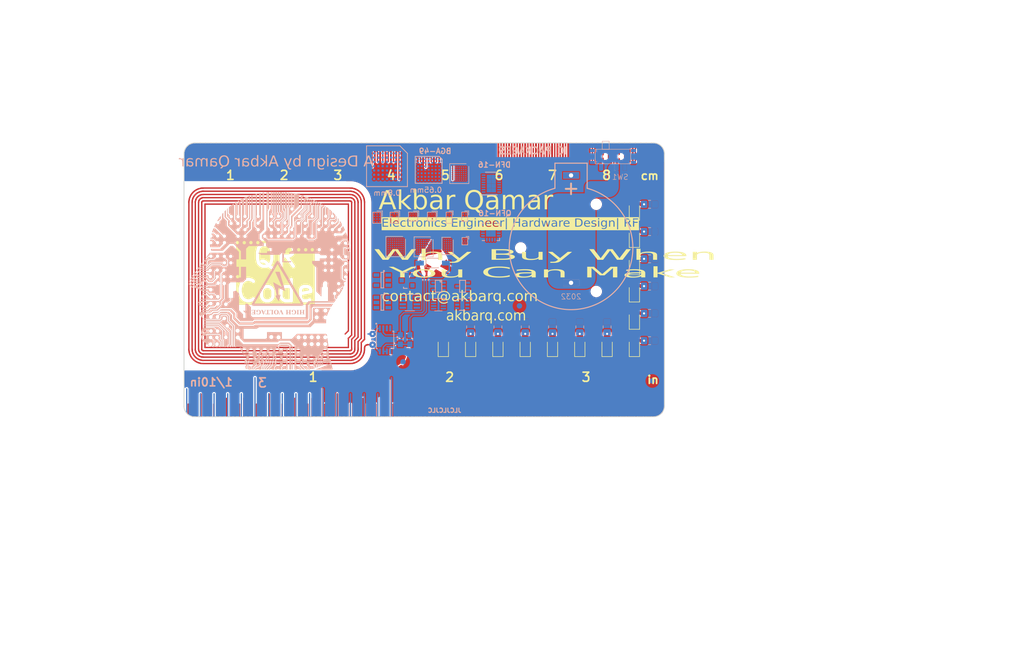
<source format=kicad_pcb>
(kicad_pcb (version 20241229) (generator "pcbnew") (generator_version "9.0")
  (layers (0 "F.Cu" signal) (2 "B.Cu" signal) (13 "F.Paste" user) (15 "B.Paste" user) (5 "F.SilkS" user "F.Silkscreen") (7 "B.SilkS" user "B.Silkscreen") (1 "F.Mask" user) (3 "B.Mask" user) (25 "Edge.Cuts" user))
  (net 0 "")
  (net 1 "Net-(D1-K)")
  (net 2 "Net-(D1-A)")
  (net 3 "GND")
  (net 4 "Net-(D2-A)")
  (net 5 "Net-(D3-A)")
  (net 6 "Net-(D4-A)")
  (net 7 "Net-(D5-A)")
  (net 8 "Net-(D6-A)")
  (net 9 "Net-(D7-A)")
  (net 10 "+3V3")
  (net 11 "Net-(D8-A)")
  (net 12 "Net-(D9-A)")
  (net 13 "Net-(D10-A)")
  (net 14 "Net-(D11-A)")
  (net 15 "Net-(D12-A)")
  (net 16 "Net-(D13-A)")
  (net 17 "Net-(BT1-+)")
  (footprint "Fiducials:Fiducial_1mm_Dia_2.54mm_Outer_CopperBottom" (layer "F.Cu") (at 91.567 91.567)
    (property "Reference" "REF**" (hide yes))
    (property "Value" "Fiducial_1mm_Dia_2.54mm_Outer_CopperBottom" (hide yes))
  )
  (footprint "Fiducials:Fiducial_1mm_Dia_2.54mm_Outer_CopperBottom" (layer "F.Cu") (at 137.9601 95.1357)
    (property "Reference" "REF**" (hide yes))
    (property "Value" "Fiducial_1mm_Dia_2.54mm_Outer_CopperBottom" (hide yes))
  )
  (footprint "Fiducials:Fiducial_1mm_Dia_2.54mm_Outer_CopperBottom" (layer "F.Cu") (at 113.2332 81.153)
    (property "Reference" "REF**" (hide yes))
    (property "Value" "Fiducial_1mm_Dia_2.54mm_Outer_CopperBottom" (hide yes))
  )
  (footprint "Symbol:OSHW-Symbol_6.7x6mm_Copper" (layer "F.Cu") (at 92.472 89.376)
    (property "Reference" "REF**" (hide yes))
    (property "Value" "OSHW-Symbol_6.7x6mm_Copper" (hide yes))
  )
  (footprint "Symbol:OSHW-Symbol_6.7x6mm_Copper" (layer "F.Cu") (at 92.472 89.376)
    (property "Reference" "REF**" (hide yes))
    (property "Value" "OSHW-Symbol_6.7x6mm_Copper" (hide yes))
  )
  (footprint "Symbol:ESD-Logo_8.9x8mm_SilkScreen" (layer "F.Cu") (at 96.99 72.22)
    (property "Reference" "REF**" (hide yes))
    (property "Value" "ESD-Logo_8.9x8mm_SilkScreen" (hide yes))
  )
  (footprint "LED_SMD:LED_0805_2012Metric" (layer "F.Cu") (at 134.62 68.58 90)
    (property "Reference" "D12" (hide yes))
    (property "Value" "LED")
  )
  (footprint "LED_SMD:LED_0805_2012Metric" (layer "F.Cu") (at 99.06 88.9 90)
    (property "Reference" "D1" (hide yes))
    (property "Value" "LED")
  )
  (footprint "LED_SMD:LED_0805_2012Metric" (layer "F.Cu") (at 134.62 63.5 90)
    (property "Reference" "D13" (hide yes))
    (property "Value" "LED")
  )
  (footprint "LED_SMD:LED_0805_2012Metric" (layer "F.Cu") (at 134.62 78.74 90)
    (property "Reference" "D10" (hide yes))
    (property "Value" "LED")
  )
  (footprint "LED_SMD:LED_0805_2012Metric" (layer "F.Cu") (at 109.22 88.9 90)
    (property "Reference" "D3" (hide yes))
    (property "Value" "LED")
  )
  (footprint "LED_SMD:LED_0805_2012Metric" (layer "F.Cu") (at 104.14 88.9 90)
    (property "Reference" "D2" (hide yes))
    (property "Value" "LED")
  )
  (footprint "LED_SMD:LED_0805_2012Metric" (layer "F.Cu") (at 119.38 88.9 90)
    (property "Reference" "D5" (hide yes))
    (property "Value" "LED")
  )
  (footprint "LED_SMD:LED_0805_2012Metric" (layer "F.Cu") (at 134.62 73.66 90)
    (property "Reference" "D11" (hide yes))
    (property "Value" "LED")
  )
  (footprint "LED_SMD:LED_0805_2012Metric" (layer "F.Cu") (at 134.62 88.9 90)
    (property "Reference" "D8" (hide yes))
    (property "Value" "LED")
  )
  (footprint "LED_SMD:LED_0805_2012Metric" (layer "F.Cu") (at 124.46 88.9 90)
    (property "Reference" "D6" (hide yes))
    (property "Value" "LED")
  )
  (footprint "LED_SMD:LED_0805_2012Metric" (layer "F.Cu") (at 129.54 88.9 90)
    (property "Reference" "D7" (hide yes))
    (property "Value" "LED")
  )
  (footprint "LED_SMD:LED_0805_2012Metric" (layer "F.Cu") (at 114.3 88.9 90)
    (property "Reference" "D4" (hide yes))
    (property "Value" "LED")
  )
  (footprint "LED_SMD:LED_0805_2012Metric" (layer "F.Cu") (at 134.62 83.82 90)
    (property "Reference" "D9" (hide yes))
    (property "Value" "LED")
  )
  (footprint "" (layer "F.Cu") (at 109.601 80.3656)
    (property "Reference" "" (hide yes))
    (property "Value" "")
  )
  (footprint "Housings_DFN_QFN:DFN-16-1EP_3x4mm_Pitch0.45mm" (layer "B.Cu") (at 107.9928 58.37114)
    (property "Reference" "3x4mm" (hide yes))
    (property "Value" "DFN-16-1EP_3x4mm_Pitch0.45mm" (hide yes))
  )
  (footprint "Housings_DFN_QFN:QFN-16-1EP_3x3mm_Pitch0.5mm" (layer "B.Cu") (at 107.90644 67.3598)
    (property "Reference" "3x3mm" (hide yes))
    (property "Value" "QFN-16-1EP_3x3mm_Pitch0.5mm" (hide yes))
  )
  (footprint "Package_BGA:Texas_DSBGA-49_3.33x3.488mm_Layout7x7_P0.4mm" (layer "B.Cu") (at 95.3985 70.1484 180)
    (property "Reference" "REF**" (hide yes))
    (property "Value" "Texas_DSBGA-49_3.33x3.488mm_Layout7x7_P0.4mm")
  )
  (footprint "Package_BGA:Texas_DSBGA-5_0.822x1.116mm_Layout2x1x2_P0.4mm" (layer "B.Cu") (at 103.0645 69.1006 180)
    (property "Reference" "(0.4mm)" (hide yes))
    (property "Value" "Texas_DSBGA-5_0.822x1.116mm_Layout2x1x2_P0.4mm")
  )
  (footprint "Package_BGA:Texas_DSBGA-64_3.415x3.535mm_Layout8x8_P0.4mm" (layer "B.Cu") (at 90.1925 70.104 180)
    (property "Reference" "REF**" (hide yes))
    (property "Value" "Texas_DSBGA-64_3.415x3.535mm_Layout8x8_P0.4mm")
  )
  (footprint "Package_BGA:Texas_DSBGA-12_1.36x1.86mm_Layout3x4_P0.5mm" (layer "B.Cu") (at 86.7125 64.7262 180)
    (property "Reference" "REF**" (hide yes))
    (property "Value" "Texas_DSBGA-12_1.36x1.86mm_Layout3x4_P0.5mm")
  )
  (footprint "Package_BGA:Texas_DSBGA-8_1.43x1.41mm_Layout3x3_P0.5mm" (layer "B.Cu") (at 96.9305 64.516 180)
    (property "Reference" "REF**" (hide yes))
    (property "Value" "Texas_DSBGA-8_1.43x1.41mm_Layout3x3_P0.5mm")
  )
  (footprint "Package_BGA:Texas_DSBGA-10_1.36x1.86mm_Layout3x4_P0.5mm" (layer "B.Cu") (at 89.9385 64.7262 180)
    (property "Reference" "REF**" (hide yes))
    (property "Value" "Texas_DSBGA-10_1.36x1.86mm_Layout3x4_P0.5mm")
  )
  (footprint "TO_SOT_Packages_SMD:SC-70-6" (layer "B.Cu") (at 102.5908 80.926 -90)
    (property "Reference" "6" (hide yes))
    (property "Value" "SC-70-6")
  )
  (footprint "TO_SOT_Packages_SMD:SC-70-5" (layer "B.Cu") (at 98.168 77.49 -90)
    (property "Reference" "5" (hide yes))
    (property "Value" "SC-70-5")
  )
  (footprint "Package_BGA:Texas_DSBGA-49_3.33x3.488mm_Layout7x7_P0.4mm" (layer "B.Cu") (at 102.0255 56.515 180)
    (property "Reference" "0.4mm" (hide yes))
    (property "Value" "asd")
  )
  (footprint "TO_SOT_Packages_SMD:SC-70" (layer "B.Cu") (at 102.6543 77.49 -90)
    (property "Reference" "SC-70" (hide yes))
    (property "Value" "SC-70")
  )
  (footprint "Package_TO_SOT_SMD:SC-70-8" (layer "B.Cu") (at 98.168 80.926 180)
    (property "Reference" "sc-70" (hide yes))
    (property "Value" "SC-70-8")
  )
  (footprint "Package_BGA:Texas_DSBGA-6_0.9x1.4mm_Layout2x3_P0.5mm" (layer "B.Cu") (at 103.0345 64.5246 180)
    (property "Reference" "(0.5mm)" (hide yes))
    (property "Value" "Texas_DSBGA-6_0.9x1.4mm_Layout2x3_P0.5mm")
  )
  (footprint "Package_BGA:Texas_DSBGA-9_1.4715x1.4715mm_Layout3x3_P0.5mm" (layer "B.Cu") (at 93.4345 64.5322 180)
    (property "Reference" "REF**" (hide yes))
    (property "Value" "Texas_DSBGA-9_1.4715x1.4715mm_Layout3x3_P0.5mm")
  )
  (footprint "bga:BGA_49-0.8mm-7x7mm" (layer "B.Cu") (at 88.57432 55.13564 180)
    (property "Reference" "BGA-49" (hide yes))
    (property "Value" "BGA_49")
  )
  (footprint "bga:BGA-49_CSBGA-49_0.65mm" (layer "B.Cu") (at 96.33618 55.8042 180)
    (property "Reference" "BGA-49" (hide yes))
    (property "Value" "BGA_49")
  )
  (footprint "Package_BGA:Texas_DSBGA-8_0.9x1.9mm_Layout2x4_P0.5mm" (layer "B.Cu") (at 100.1365 64.732 180)
    (property "Reference" "DSBGA" (hide yes))
    (property "Value" "Texas_DSBGA-8_0.9x1.9mm_Layout2x4_P0.5mm")
  )
  (footprint "Package_BGA:Texas_DSBGA-28_1.9x3.0mm_Layout4x7_P0.4mm" (layer "B.Cu") (at 99.8485 69.9896 180)
    (property "Reference" "DSBGA" (hide yes))
    (property "Value" "Texas_DSBGA-28_1.9x3.0mm_Layout4x7_P0.4mm")
  )
  (footprint "TO_SOT_Packages_SMD:SOT-23-6" (layer "B.Cu") (at 87.7072 80.522 180)
    (property "Reference" "6" (hide yes))
    (property "Value" "SOT-23-6")
  )
  (footprint "Package_TO_SOT_SMD:TSOT-23-8" (layer "B.Cu") (at 92.8294 80.522 180)
    (property "Reference" "sot-23" (hide yes))
    (property "Value" "TSOT-23-8")
  )
  (footprint "TO_SOT_Packages_SMD:SOT-23" (layer "B.Cu") (at 92.307 76.394 -90)
    (property "Reference" "SOT-23" (hide yes))
    (property "Value" "SOT-23")
  )
  (footprint "TO_SOT_Packages_SMD:SOT-23-5" (layer "B.Cu") (at 87.7064 76.3524 180)
    (property "Reference" "5" (hide yes))
    (property "Value" "SOT-23-5")
  )
  (footprint "bga:Back Side LED" (layer "B.Cu") (at 97.3074 68.5788)
    (property "Reference" "REF**" (hide yes))
    (property "Value" "Back Side LED" (hide yes))
  )
  (footprint "Package_SO:TSSOP-8_3x3mm_P0.65mm" (layer "B.Cu") (at 88.2142 87.4776 -90)
    (property "Reference" "REF**" (hide yes))
    (property "Value" "TSSOP-8_3x3mm_P0.65mm")
  )
  (footprint "Capacitor_SMD:C_0603_1608Metric_Pad1.05x0.95mm_HandSolder" (layer "B.Cu") (at 91.059 87.4268 -90)
    (property "Reference" "C" (hide yes))
    (property "Value" "C_0603_1608Metric_Pad1.05x0.95mm_HandSolder")
  )
  (footprint "Resistor_SMD:R_0603_1608Metric_Pad1.05x0.95mm_HandSolder" (layer "B.Cu") (at 92.837 87.4268 90)
    (property "Reference" "R" (hide yes))
    (property "Value" "R_0603_1608Metric_Pad1.05x0.95mm_HandSolder")
  )
  (footprint "Resistor_SMD:R_0805_2012Metric_Pad1.20x1.40mm_HandSolder" (layer "B.Cu") (at 137.43 82.55 180)
    (property "Reference" "R9" (hide yes))
    (property "Value" "R")
  )
  (footprint "LOGO" (layer "B.Cu") (at 68.219551 76.954753 180)
    (property "Reference" "G***" (hide yes))
    (property "Value" "LOGO" (hide yes))
  )
  (footprint "CellLibrary:CR2032Holder" (layer "B.Cu") (at 122.829551 70.350753)
    (property "Reference" "BT1" (hide yes))
    (property "Value" "Battery_Cell")
  )
  (footprint "Resistor_SMD:R_0805_2012Metric_Pad1.20x1.40mm_HandSolder" (layer "B.Cu") (at 137.43 77.47 180)
    (property "Reference" "R10" (hide yes))
    (property "Value" "R")
  )
  (footprint "Resistor_SMD:R_0805_2012Metric_Pad1.20x1.40mm_HandSolder" (layer "B.Cu") (at 104.14 85.09 -90)
    (property "Reference" "R2" (hide yes))
    (property "Value" "R")
  )
  (footprint "RF-Project2:SPDT-Long-SMD" (layer "B.Cu") (at 130.629551 53.332753 -90)
    (property "Reference" "SW1")
    (property "Value" "SW_SPDT")
  )
  (footprint "LOGO" (layer "B.Cu") (at 66.695551 76.446753 180)
    (property "Reference" "G***" (hide yes))
    (property "Value" "LOGO" (hide yes))
  )
  (footprint "Resistor_SMD:R_0805_2012Metric_Pad1.20x1.40mm_HandSolder" (layer "B.Cu") (at 137.43 62.23 180)
    (property "Reference" "R13" (hide yes))
    (property "Value" "R")
  )
  (footprint "Resistor_SMD:R_0805_2012Metric_Pad1.20x1.40mm_HandSolder" (layer "B.Cu") (at 124.46 85.09 -90)
    (property "Reference" "R6" (hide yes))
    (property "Value" "R")
  )
  (footprint "Resistor_SMD:R_0805_2012Metric_Pad1.20x1.40mm_HandSolder" (layer "B.Cu") (at 137.43 72.39 180)
    (property "Reference" "R11" (hide yes))
    (property "Value" "R")
  )
  (footprint "LOGO" (layer "B.Cu") (at 115.209551 94.226753 180)
    (property "Reference" "G***" (hide yes))
    (property "Value" "LOGO" (hide yes))
  )
  (footprint "Resistor_SMD:R_0805_2012Metric_Pad1.20x1.40mm_HandSolder" (layer "B.Cu") (at 137.43 87.63 180)
    (property "Reference" "R8" (hide yes))
    (property "Value" "R")
  )
  (footprint "LOGO" (layer "B.Cu") (at 122.829551 70.350753 180)
    (property "Reference" "G " (hide yes))
    (property "Value" "LOGO" (hide yes))
  )
  (footprint "Resistor_SMD:R_0805_2012Metric_Pad1.20x1.40mm_HandSolder" (layer "B.Cu") (at 109.22 85.09 -90)
    (property "Reference" "R3" (hide yes))
    (property "Value" "R")
  )
  (footprint "Resistor_SMD:R_0805_2012Metric_Pad1.20x1.40mm_HandSolder" (layer "B.Cu") (at 137.43 67.31 180)
    (property "Reference" "R12" (hide yes))
    (property "Value" "R")
  )
  (footprint "Resistor_SMD:R_0805_2012Metric_Pad1.20x1.40mm_HandSolder" (layer "B.Cu") (at 119.38 85.09 -90)
    (property "Reference" "R5" (hide yes))
    (property "Value" "R")
  )
  (footprint "Resistor_SMD:R_0805_2012Metric_Pad1.20x1.40mm_HandSolder" (layer "B.Cu") (at 114.3 85.09 -90)
    (property "Reference" "R4" (hide yes))
    (property "Value" "R")
  )
  (footprint "Resistor_SMD:R_0805_2012Metric_Pad1.20x1.40mm_HandSolder" (layer "B.Cu") (at 129.54 85.09 -90)
    (property "Reference" "R7" (hide yes))
    (property "Value" "R")
  )
  (gr_line (start 95.82 72.28) (end 95.82 73.96) (stroke (width 0.15)) (layer "B.SilkS"))
  (gr_circle (center 86.58 84.47) (end 86.51 84.54) (stroke (width 0.15)) (fill no) (layer "B.SilkS"))
  (gr_line (start 140.208 99.7755) (end 140.208 52.832) (stroke (width 0.15)) (layer "Edge.Cuts"))
  (gr_line (start 138.176 101.8075) (end 52.7685 101.8075) (stroke (width 0.15)) (layer "Edge.Cuts"))
  (gr_line (start 50.8 99.839) (end 50.8 52.832) (stroke (width 0.15)) (layer "Edge.Cuts"))
  (gr_line (start 52.832 50.8) (end 138.176 50.8) (stroke (width 0.15)) (layer "Edge.Cuts"))
  (gr_arc (start 50.8 52.832) (mid 51.395159 51.395159) (end 52.832 50.8) (stroke (width 0.15)) (layer "Edge.Cuts"))
  (gr_arc (start 140.208 99.7755) (mid 139.612841 101.212341) (end 138.176 101.8075) (stroke (width 0.15)) (layer "Edge.Cuts"))
  (gr_arc (start 138.176 50.8) (mid 139.612841 51.395159) (end 140.208 52.832) (stroke (width 0.15)) (layer "Edge.Cuts"))
  (gr_arc (start 52.7685 101.8075) (mid 51.37656 101.23094) (end 50.8 99.839) (stroke (width 0.15)) (layer "Edge.Cuts"))
  (gr_text "Akbar Qamar" (at 86.99044 61.71344 0) (layer "F.SilkS") (effects (font (size 3.5 3.5) (thickness 0.5)) (justify left)))
  (gr_text "akbarq.com" (at 99.568 83.050753 0) (layer "F.SilkS") (effects (font (size 1.95 1.8) (thickness 0.25)) (justify left)))
  (gr_text "Electronics Engineer| Hardware Design| RF" (at 87.523551 65.778753 0) (layer "F.SilkS" knockout) (effects (font (size 1.5 1.6) (thickness 0.3)) (justify left)))
  (gr_text "contact@akbarq.com" (at 87.577551 79.450753 0) (layer "F.SilkS") (effects (font (size 1.95 1.95) (thickness 0.3)) (justify left)))
  (gr_text "Why Buy When\nYou Can Make\n" (at 118.003551 73.398753 0) (layer "F.SilkS") (effects (font (size 1.95 6) (thickness 0.3) (italic yes))))
  (gr_text "4" (at 89.362 56.8244 0) (layer "F.SilkS") (effects (font (size 1.7 1.7) (thickness 0.3))))
  (gr_text "8" (at 129.4408 56.8244 0) (layer "F.SilkS") (effects (font (size 1.7 1.7) (thickness 0.3))))
  (gr_text "7\n" (at 119.3524 56.8244 0) (layer "F.SilkS") (effects (font (size 1.7 1.7) (thickness 0.3))))
  (gr_text "1" (at 59.4392 56.8244 0) (layer "F.SilkS") (effects (font (size 1.7 1.7) (thickness 0.3))))
  (gr_text "5" (at 99.4388 56.8244 0) (layer "F.SilkS") (effects (font (size 1.7 1.7) (thickness 0.3))))
  (gr_text "2" (at 69.436 56.8244 0) (layer "F.SilkS") (effects (font (size 1.7 1.7) (thickness 0.3))))
  (gr_text "in\n" (at 138.076 94.9148 0) (layer "F.SilkS") (effects (font (size 1.5 1.5) (thickness 0.3))))
  (gr_text "6" (at 109.4414 56.8244 0) (layer "F.SilkS") (effects (font (size 1.7 1.7) (thickness 0.3))))
  (gr_text "3" (at 125.6284 94.4248 0) (layer "F.SilkS") (effects (font (size 1.7 1.7) (thickness 0.3))))
  (gr_text "QR\nCode" (at 67.818 80.7255 0) (layer "F.SilkS" knockout) (effects (font (size 4 4) (thickness 0.6)) (justify bottom)))
  (gr_text "cm" (at 137.4684 56.9144 0) (layer "F.SilkS") (effects (font (size 1.5 1.5) (thickness 0.3))))
  (gr_text "1" (at 74.8384 94.4248 0) (layer "F.SilkS") (effects (font (size 1.7 1.7) (thickness 0.3))))
  (gr_text "3" (at 79.4336 56.8244 0) (layer "F.SilkS") (effects (font (size 1.7 1.7) (thickness 0.3))))
  (gr_text "2" (at 100.2376 94.4248 0) (layer "F.SilkS") (effects (font (size 1.7 1.7) (thickness 0.3))))
  (gr_text "3" (at 65.3672 95.48104 0) (layer "B.SilkS") (effects (font (size 1.7 1.7) (thickness 0.3)) (justify mirror)))
  (gr_text "1/10in" (at 55.85 95.37 0) (layer "B.SilkS") (effects (font (size 1.5 1.5) (thickness 0.3)) (justify mirror)))
  (gr_text "DFN-16" (at 108.5706 54.87102 0) (layer "B.SilkS") (effects (font (size 1 1) (thickness 0.2)) (justify mirror)))
  (gr_text "IC PACKAGES\n" (at 115.788 52.2483 0) (layer "B.SilkS") (effects (font (size 1.3 1.3) (thickness 0.25)) (justify mirror)))
  (gr_text "QFN-16\n\n" (at 108.669 64.71238 0) (layer "B.SilkS") (effects (font (size 1 1) (thickness 0.2)) (justify mirror)))
  (gr_text "0.8mm" (at 88.57178 60.1242 0) (layer "B.SilkS") (effects (font (size 1 1)) (justify mirror)))
  (gr_text "0.65mm" (at 95.8025 59.563 0) (layer "B.SilkS") (effects (font (size 1 1)) (justify mirror)))
  (gr_text "BGA-49" (at 97.536 52.324 0) (layer "B.SilkS") (effects (font (size 1 1) (thickness 0.2)) (justify mirror)))
  (gr_text "A Design by Akbar Qamar" (at 67.965551 54.348753 0) (layer "B.SilkS") (effects (font (size 2 2) (thickness 0.19)) (justify mirror)))
  (gr_text "JLCJLCJLC" (at 102.509551 101.084753 0) (layer "B.SilkS") (effects (font (size 0.8 0.8) (thickness 0.2) (bold yes)) (justify left bottom mirror)))
  (gr_text "HIGH VOLTAGE" (at 73.299551 81.780753 180) (layer "B.SilkS") (effects (font (size 0.8 0.8) (thickness 0.2) (bold yes)) (justify left bottom)))
  (segment (start 53.18125 99.439) (end 53.18125 101.725) (width 0.25) (layer "F.Cu") (net 0))
  (segment (start 54.76875 99.439) (end 54.76875 101.725) (width 0.25) (layer "F.Cu") (net 0))
  (segment (start 56.35625 99.439) (end 56.35625 101.725) (width 0.25) (layer "F.Cu") (net 0))
  (segment (start 57.94375 99.439) (end 57.94375 101.725) (width 0.25) (layer "F.Cu") (net 0))
  (segment (start 59.53125 99.439) (end 59.53125 101.725) (width 0.25) (layer "F.Cu") (net 0))
  (segment (start 61.11875 99.439) (end 61.11875 101.725) (width 0.25) (layer "F.Cu") (net 0))
  (segment (start 62.70625 99.439) (end 62.70625 101.725) (width 0.25) (layer "F.Cu") (net 0))
  (segment (start 64.29375 99.439) (end 64.29375 101.725) (width 0.25) (layer "F.Cu") (net 0))
  (segment (start 65.88125 99.439) (end 65.88125 101.725) (width 0.25) (layer "F.Cu") (net 0))
  (segment (start 67.46875 99.439) (end 67.46875 101.725) (width 0.25) (layer "F.Cu") (net 0))
  (segment (start 69.05625 99.439) (end 69.05625 101.725) (width 0.25) (layer "F.Cu") (net 0))
  (segment (start 70.64375 99.439) (end 70.64375 101.725) (width 0.25) (layer "F.Cu") (net 0))
  (segment (start 72.23125 99.439) (end 72.23125 101.725) (width 0.25) (layer "F.Cu") (net 0))
  (segment (start 73.81875 99.439) (end 73.81875 101.725) (width 0.25) (layer "F.Cu") (net 0))
  (segment (start 75.40625 99.439) (end 75.40625 101.725) (width 0.25) (layer "F.Cu") (net 0))
  (segment (start 76.99375 99.439) (end 76.99375 101.725) (width 0.25) (layer "F.Cu") (net 0))
  (segment (start 78.58125 99.439) (end 78.58125 101.725) (width 0.25) (layer "F.Cu") (net 0))
  (segment (start 80.16875 99.439) (end 80.16875 101.725) (width 0.25) (layer "F.Cu") (net 0))
  (segment (start 81.75625 99.439) (end 81.75625 101.725) (width 0.25) (layer "F.Cu") (net 0))
  (segment (start 83.34375 99.439) (end 83.34375 101.725) (width 0.25) (layer "F.Cu") (net 0))
  (segment (start 84.93125 99.439) (end 84.93125 101.725) (width 0.25) (layer "F.Cu") (net 0))
  (segment (start 86.51875 99.439) (end 86.51875 101.725) (width 0.25) (layer "F.Cu") (net 0))
  (segment (start 88.10625 99.439) (end 88.10625 101.725) (width 0.25) (layer "F.Cu") (net 0))
  (segment (start 89.69375 99.439) (end 89.69375 101.725) (width 0.25) (layer "F.Cu") (net 0))
  (segment (start 91.28125 99.439) (end 91.28125 101.725) (width 0.25) (layer "F.Cu") (net 0))
  (segment (start 92.86875 99.439) (end 92.86875 101.725) (width 0.25) (layer "F.Cu") (net 0))
  (segment (start 94.45625 99.439) (end 94.45625 101.725) (width 0.25) (layer "F.Cu") (net 0))
  (segment (start 96.04375 99.439) (end 96.04375 101.725) (width 0.25) (layer "F.Cu") (net 0))
  (segment (start 97.63125 99.439) (end 97.63125 101.725) (width 0.25) (layer "F.Cu") (net 0))
  (segment (start 99.21875 99.439) (end 99.21875 101.725) (width 0.25) (layer "F.Cu") (net 0))
  (segment (start 100.80625 99.439) (end 100.80625 101.725) (width 0.25) (layer "F.Cu") (net 0))
  (segment (start 55.5625 98.3595) (end 55.5625 101.725) (width 0.25) (layer "F.Cu") (net 0))
  (segment (start 58.7375 98.3595) (end 58.7375 101.725) (width 0.25) (layer "F.Cu") (net 0))
  (segment (start 61.9125 98.3595) (end 61.9125 101.725) (width 0.25) (layer "F.Cu") (net 0))
  (segment (start 65.0875 98.3595) (end 65.0875 101.725) (width 0.25) (layer "F.Cu") (net 0))
  (segment (start 68.2625 98.3595) (end 68.2625 101.725) (width 0.25) (layer "F.Cu") (net 0))
  (segment (start 71.4375 98.3595) (end 71.4375 101.725) (width 0.25) (layer "F.Cu") (net 0))
  (segment (start 74.6125 98.3595) (end 74.6125 101.725) (width 0.25) (layer "F.Cu") (net 0))
  (segment (start 77.7875 98.3595) (end 77.7875 101.725) (width 0.25) (layer "F.Cu") (net 0))
  (segment (start 80.9625 98.3595) (end 80.9625 101.725) (width 0.25) (layer "F.Cu") (net 0))
  (segment (start 84.1375 98.3595) (end 84.1375 101.725) (width 0.25) (layer "F.Cu") (net 0))
  (segment (start 87.3125 98.3595) (end 87.3125 101.725) (width 0.25) (layer "F.Cu") (net 0))
  (segment (start 90.4875 98.3595) (end 90.4875 101.725) (width 0.25) (layer "F.Cu") (net 0))
  (segment (start 93.6625 98.3595) (end 93.6625 101.725) (width 0.25) (layer "F.Cu") (net 0))
  (segment (start 96.8375 98.3595) (end 96.8375 101.725) (width 0.25) (layer "F.Cu") (net 0))
  (segment (start 100.0125 98.3595) (end 100.0125 101.725) (width 0.25) (layer "F.Cu") (net 0))
  (segment (start 60.325 97.534) (end 60.325 101.725) (width 0.25) (layer "F.Cu") (net 0))
  (segment (start 66.675 97.534) (end 66.675 101.725) (width 0.25) (layer "F.Cu") (net 0))
  (segment (start 73.025 97.534) (end 73.025 101.725) (width 0.25) (layer "F.Cu") (net 0))
  (segment (start 79.375 97.534) (end 79.375 101.725) (width 0.25) (layer "F.Cu") (net 0))
  (segment (start 85.725 97.534) (end 85.725 101.725) (width 0.25) (layer "F.Cu") (net 0))
  (segment (start 92.075 97.534) (end 92.075 101.725) (width 0.25) (layer "F.Cu") (net 0))
  (segment (start 98.425 97.534) (end 98.425 101.725) (width 0.25) (layer "F.Cu") (net 0))
  (segment (start 69.85 96.264) (end 69.85 101.725) (width 0.25) (layer "F.Cu") (net 0))
  (segment (start 82.55 96.264) (end 82.55 101.725) (width 0.25) (layer "F.Cu") (net 0))
  (segment (start 95.25 96.264) (end 95.25 101.725) (width 0.25) (layer "F.Cu") (net 0))
  (segment (start 88.9 95.0575) (end 88.9 101.725) (width 0.25) (layer "F.Cu") (net 0))
  (segment (start 101.6 93.46) (end 101.6 101.715) (width 0.25) (layer "F.Cu") (net 0))
  (segment (start 127 93.46) (end 127 101.715) (width 0.25) (layer "F.Cu") (net 0))
  (segment (start 106.3625 101.715) (end 106.3625 98.3495) (width 0.25) (layer "F.Cu") (net 0))
  (segment (start 109.5375 101.715) (end 109.5375 98.3495) (width 0.25) (layer "F.Cu") (net 0))
  (segment (start 112.7125 101.715) (end 112.7125 98.3495) (width 0.25) (layer "F.Cu") (net 0))
  (segment (start 115.8875 101.715) (end 115.8875 98.3495) (width 0.25) (layer "F.Cu") (net 0))
  (segment (start 119.0625 101.715) (end 119.0625 98.3495) (width 0.25) (layer "F.Cu") (net 0))
  (segment (start 122.2375 101.715) (end 122.2375 98.3495) (width 0.25) (layer "F.Cu") (net 0))
  (segment (start 128.5875 101.715) (end 128.5875 98.3495) (width 0.25) (layer "F.Cu") (net 0))
  (segment (start 125.4125 101.715) (end 125.4125 98.3495) (width 0.25) (layer "F.Cu") (net 0))
  (segment (start 131.7625 101.715) (end 131.7625 98.3495) (width 0.25) (layer "F.Cu") (net 0))
  (segment (start 134.9375 101.715) (end 134.9375 98.3495) (width 0.25) (layer "F.Cu") (net 0))
  (segment (start 138.1125 101.715) (end 138.1125 98.3495) (width 0.25) (layer "F.Cu") (net 0))
  (segment (start 104.775 97.524) (end 104.775 101.715) (width 0.25) (layer "F.Cu") (net 0))
  (segment (start 111.125 97.524) (end 111.125 101.715) (width 0.25) (layer "F.Cu") (net 0))
  (segment (start 117.475 97.524) (end 117.475 101.715) (width 0.25) (layer "F.Cu") (net 0))
  (segment (start 123.825 97.524) (end 123.825 101.715) (width 0.25) (layer "F.Cu") (net 0))
  (segment (start 130.175 97.524) (end 130.175 101.715) (width 0.25) (layer "F.Cu") (net 0))
  (segment (start 136.525 97.524) (end 136.525 101.715) (width 0.25) (layer "F.Cu") (net 0))
  (segment (start 107.95 96.254) (end 107.95 101.715) (width 0.25) (layer "F.Cu") (net 0))
  (segment (start 120.65 96.254) (end 120.65 101.715) (width 0.25) (layer "F.Cu") (net 0))
  (segment (start 133.35 96.254) (end 133.35 101.715) (width 0.25) (layer "F.Cu") (net 0))
  (segment (start 114.3 95.0475) (end 114.3 101.715) (width 0.25) (layer "F.Cu") (net 0))
  (segment (start 139.7 95.0475) (end 139.7 101.03) (width 0.25) (layer "F.Cu") (net 0))
  (segment (start 60.8 57.621) (end 60.8 50.89) (width 0.25) (layer "F.Cu") (net 0))
  (segment (start 70.8 57.621) (end 70.8 50.89) (width 0.25) (layer "F.Cu") (net 0))
  (segment (start 80.8 57.621) (end 80.8 50.89) (width 0.25) (layer "F.Cu") (net 0))
  (segment (start 90.8 57.621) (end 90.8 50.89) (width 0.25) (layer "F.Cu") (net 0))
  (segment (start 100.8 57.621) (end 100.8 50.89) (width 0.25) (layer "F.Cu") (net 0))
  (segment (start 110.8 57.621) (end 110.8 50.89) (width 0.25) (layer "F.Cu") (net 0))
  (segment (start 120.8 57.621) (end 120.8 50.89) (width 0.25) (layer "F.Cu") (net 0))
  (segment (start 130.8 57.621) (end 130.8 50.89) (width 0.25) (layer "F.Cu") (net 0))
  (segment (start 65.8 55.335) (end 65.8 50.89) (width 0.25) (layer "F.Cu") (net 0))
  (segment (start 75.8 55.335) (end 75.8 50.89) (width 0.25) (layer "F.Cu") (net 0))
  (segment (start 85.8 55.335) (end 85.8 50.89) (width 0.25) (layer "F.Cu") (net 0))
  (segment (start 95.8 55.335) (end 95.8 50.89) (width 0.25) (layer "F.Cu") (net 0))
  (segment (start 105.8 55.335) (end 105.8 50.89) (width 0.25) (layer "F.Cu") (net 0))
  (segment (start 115.8 55.335) (end 115.8 50.89) (width 0.25) (layer "F.Cu") (net 0))
  (segment (start 125.8 55.335) (end 125.8 50.89) (width 0.25) (layer "F.Cu") (net 0))
  (segment (start 135.8 55.335) (end 135.8 50.89) (width 0.25) (layer "F.Cu") (net 0))
  (segment (start 51.8 54.319) (end 51.8 51.2) (width 0.25) (layer "F.Cu") (net 0))
  (segment (start 52.8 54.319) (end 52.8 50.89) (width 0.25) (layer "F.Cu") (net 0))
  (segment (start 53.8 54.319) (end 53.8 50.89) (width 0.25) (layer "F.Cu") (net 0))
  (segment (start 54.8 54.319) (end 54.8 50.89) (width 0.25) (layer "F.Cu") (net 0))
  (segment (start 56.8 54.319) (end 56.8 50.89) (width 0.25) (layer "F.Cu") (net 0))
  (segment (start 57.8 54.319) (end 57.8 50.89) (width 0.25) (layer "F.Cu") (net 0))
  (segment (start 58.8 54.319) (end 58.8 50.89) (width 0.25) (layer "F.Cu") (net 0))
  (segment (start 59.8 54.319) (end 59.8 50.89) (width 0.25) (layer "F.Cu") (net 0))
  (segment (start 61.8 54.319) (end 61.8 50.89) (width 0.25) (layer "F.Cu") (net 0))
  (segment (start 62.8 54.319) (end 62.8 50.89) (width 0.25) (layer "F.Cu") (net 0))
  (segment (start 63.8 54.319) (end 63.8 50.89) (width 0.25) (layer "F.Cu") (net 0))
  (segment (start 64.8 54.319) (end 64.8 50.89) (width 0.25) (layer "F.Cu") (net 0))
  (segment (start 66.8 54.319) (end 66.8 50.89) (width 0.25) (layer "F.Cu") (net 0))
  (segment (start 67.8 54.319) (end 67.8 50.89) (width 0.25) (layer "F.Cu") (net 0))
  (segment (start 68.8 54.319) (end 68.8 50.89) (width 0.25) (layer "F.Cu") (net 0))
  (segment (start 69.8 54.319) (end 69.8 50.89) (width 0.25) (layer "F.Cu") (net 0))
  (segment (start 71.8 54.319) (end 71.8 50.89) (width 0.25) (layer "F.Cu") (net 0))
  (segment (start 76.8 54.319) (end 76.8 50.89) (width 0.25) (layer "F.Cu") (net 0))
  (segment (start 81.8 54.319) (end 81.8 50.89) (width 0.25) (layer "F.Cu") (net 0))
  (segment (start 86.8 54.319) (end 86.8 50.89) (width 0.25) (layer "F.Cu") (net 0))
  (segment (start 91.8 54.319) (end 91.8 50.89) (width 0.25) (layer "F.Cu") (net 0))
  (segment (start 96.8 54.319) (end 96.8 50.89) (width 0.25) (layer "F.Cu") (net 0))
  (segment (start 101.8 54.319) (end 101.8 50.89) (width 0.25) (layer "F.Cu") (net 0))
  (segment (start 106.8 54.319) (end 106.8 50.89) (width 0.25) (layer "F.Cu") (net 0))
  (segment (start 111.8 54.319) (end 111.8 50.89) (width 0.25) (layer "F.Cu") (net 0))
  (segment (start 116.8 54.319) (end 116.8 50.89) (width 0.25) (layer "F.Cu") (net 0))
  (segment (start 121.8 54.319) (end 121.8 50.89) (width 0.25) (layer "F.Cu") (net 0))
  (segment (start 126.8 54.319) (end 126.8 50.89) (width 0.25) (layer "F.Cu") (net 0))
  (segment (start 131.8 54.319) (end 131.8 50.89) (width 0.25) (layer "F.Cu") (net 0))
  (segment (start 136.8 54.319) (end 136.8 50.89) (width 0.25) (layer "F.Cu") (net 0))
  (segment (start 72.8 54.319) (end 72.8 50.89) (width 0.25) (layer "F.Cu") (net 0))
  (segment (start 77.8 54.319) (end 77.8 50.89) (width 0.25) (layer "F.Cu") (net 0))
  (segment (start 82.8 54.319) (end 82.8 50.89) (width 0.25) (layer "F.Cu") (net 0))
  (segment (start 87.8 54.319) (end 87.8 50.89) (width 0.25) (layer "F.Cu") (net 0))
  (segment (start 92.8 54.319) (end 92.8 50.89) (width 0.25) (layer "F.Cu") (net 0))
  (segment (start 97.8 54.319) (end 97.8 50.89) (width 0.25) (layer "F.Cu") (net 0))
  (segment (start 102.8 54.319) (end 102.8 50.89) (width 0.25) (layer "F.Cu") (net 0))
  (segment (start 107.8 54.319) (end 107.8 50.89) (width 0.25) (layer "F.Cu") (net 0))
  (segment (start 112.8 54.319) (end 112.8 50.89) (width 0.25) (layer "F.Cu") (net 0))
  (segment (start 117.8 54.319) (end 117.8 50.89) (width 0.25) (layer "F.Cu") (net 0))
  (segment (start 122.8 54.319) (end 122.8 50.89) (width 0.25) (layer "F.Cu") (net 0))
  (segment (start 127.8 54.319) (end 127.8 50.89) (width 0.25) (layer "F.Cu") (net 0))
  (segment (start 132.8 54.319) (end 132.8 50.89) (width 0.25) (layer "F.Cu") (net 0))
  (segment (start 137.8 54.319) (end 137.8 50.89) (width 0.25) (layer "F.Cu") (net 0))
  (segment (start 73.8 54.319) (end 73.8 50.89) (width 0.25) (layer "F.Cu") (net 0))
  (segment (start 78.8 54.319) (end 78.8 50.89) (width 0.25) (layer "F.Cu") (net 0))
  (segment (start 83.8 54.319) (end 83.8 50.89) (width 0.25) (layer "F.Cu") (net 0))
  (segment (start 88.8 54.319) (end 88.8 50.89) (width 0.25) (layer "F.Cu") (net 0))
  (segment (start 93.8 54.319) (end 93.8 50.89) (width 0.25) (layer "F.Cu") (net 0))
  (segment (start 98.8 54.319) (end 98.8 50.89) (width 0.25) (layer "F.Cu") (net 0))
  (segment (start 103.8 54.319) (end 103.8 50.89) (width 0.25) (layer "F.Cu") (net 0))
  (segment (start 108.8 54.319) (end 108.8 50.89) (width 0.25) (layer "F.Cu") (net 0))
  (segment (start 113.8 54.319) (end 113.8 50.89) (width 0.25) (layer "F.Cu") (net 0))
  (segment (start 118.8 54.319) (end 118.8 50.89) (width 0.25) (layer "F.Cu") (net 0))
  (segment (start 123.8 54.319) (end 123.8 50.89) (width 0.25) (layer "F.Cu") (net 0))
  (segment (start 128.8 54.319) (end 128.8 50.89) (width 0.25) (layer "F.Cu") (net 0))
  (segment (start 133.8 54.319) (end 133.8 50.89) (width 0.25) (layer "F.Cu") (net 0))
  (segment (start 138.8 54.319) (end 138.8 50.99) (width 0.25) (layer "F.Cu") (net 0))
  (segment (start 74.8 54.319) (end 74.8 50.89) (width 0.25) (layer "F.Cu") (net 0))
  (segment (start 79.8 54.319) (end 79.8 50.89) (width 0.25) (layer "F.Cu") (net 0))
  (segment (start 84.8 54.319) (end 84.8 50.89) (width 0.25) (layer "F.Cu") (net 0))
  (segment (start 89.8 54.319) (end 89.8 50.89) (width 0.25) (layer "F.Cu") (net 0))
  (segment (start 94.8 54.319) (end 94.8 50.89) (width 0.25) (layer "F.Cu") (net 0))
  (segment (start 99.8 54.319) (end 99.8 50.89) (width 0.25) (layer "F.Cu") (net 0))
  (segment (start 104.8 54.319) (end 104.8 50.89) (width 0.25) (layer "F.Cu") (net 0))
  (segment (start 109.8 54.319) (end 109.8 50.89) (width 0.25) (layer "F.Cu") (net 0))
  (segment (start 114.8 54.319) (end 114.8 50.89) (width 0.25) (layer "F.Cu") (net 0))
  (segment (start 119.8 54.319) (end 119.8 50.89) (width 0.25) (layer "F.Cu") (net 0))
  (segment (start 124.8 54.319) (end 124.8 50.89) (width 0.25) (layer "F.Cu") (net 0))
  (segment (start 129.8 54.319) (end 129.8 50.89) (width 0.25) (layer "F.Cu") (net 0))
  (segment (start 134.8 54.319) (end 134.8 50.89) (width 0.25) (layer "F.Cu") (net 0))
  (segment (start 52.3 53.43) (end 52.3 50.94) (width 0.15) (layer "F.Cu") (net 0))
  (segment (start 53.3 53.43) (end 53.3 50.89) (width 0.15) (layer "F.Cu") (net 0))
  (segment (start 54.3 53.43) (end 54.3 50.89) (width 0.15) (layer "F.Cu") (net 0))
  (segment (start 55.3 53.43) (end 55.3 50.89) (width 0.15) (layer "F.Cu") (net 0))
  (segment (start 56.3 53.43) (end 56.3 50.89) (width 0.15) (layer "F.Cu") (net 0))
  (segment (start 57.3 53.43) (end 57.3 50.89) (width 0.15) (layer "F.Cu") (net 0))
  (segment (start 58.3 53.43) (end 58.3 50.89) (width 0.15) (layer "F.Cu") (net 0))
  (segment (start 59.3 53.43) (end 59.3 50.89) (width 0.15) (layer "F.Cu") (net 0))
  (segment (start 60.3 53.43) (end 60.3 50.89) (width 0.15) (layer "F.Cu") (net 0))
  (segment (start 61.3 53.43) (end 61.3 50.89) (width 0.15) (layer "F.Cu") (net 0))
  (segment (start 62.3 53.43) (end 62.3 50.89) (width 0.15) (layer "F.Cu") (net 0))
  (segment (start 63.3 53.43) (end 63.3 50.89) (width 0.15) (layer "F.Cu") (net 0))
  (segment (start 64.3 53.43) (end 64.3 50.89) (width 0.15) (layer "F.Cu") (net 0))
  (segment (start 65.3 53.43) (end 65.3 50.89) (width 0.15) (layer "F.Cu") (net 0))
  (segment (start 66.3 53.43) (end 66.3 50.89) (width 0.15) (layer "F.Cu") (net 0))
  (segment (start 67.3 53.43) (end 67.3 50.89) (width 0.15) (layer "F.Cu") (net 0))
  (segment (start 68.3 53.43) (end 68.3 50.89) (width 0.15) (layer "F.Cu") (net 0))
  (segment (start 69.3 53.43) (end 69.3 50.89) (width 0.15) (layer "F.Cu") (net 0))
  (segment (start 70.3 53.43) (end 70.3 50.89) (width 0.15) (layer "F.Cu") (net 0))
  (segment (start 71.3 53.43) (end 71.3 50.89) (width 0.15) (layer "F.Cu") (net 0))
  (segment (start 72.3 53.43) (end 72.3 50.89) (width 0.15) (layer "F.Cu") (net 0))
  (segment (start 73.3 53.43) (end 73.3 50.89) (width 0.15) (layer "F.Cu") (net 0))
  (segment (start 74.3 53.43) (end 74.3 50.89) (width 0.15) (layer "F.Cu") (net 0))
  (segment (start 75.3 53.43) (end 75.3 50.89) (width 0.15) (layer "F.Cu") (net 0))
  (segment (start 76.3 53.43) (end 76.3 50.89) (width 0.15) (layer "F.Cu") (net 0))
  (segment (start 77.3 53.43) (end 77.3 50.89) (width 0.15) (layer "F.Cu") (net 0))
  (segment (start 78.3 53.43) (end 78.3 50.89) (width 0.15) (layer "F.Cu") (net 0))
  (segment (start 79.3 53.43) (end 79.3 50.89) (width 0.15) (layer "F.Cu") (net 0))
  (segment (start 80.3 53.43) (end 80.3 50.89) (width 0.15) (layer "F.Cu") (net 0))
  (segment (start 51.3 53.43) (end 51.3 51.6) (width 0.15) (layer "F.Cu") (net 0))
  (segment (start 139.8 54.319) (end 139.8 51.78) (width 0.25) (layer "F.Cu") (net 0))
  (segment (start 83.19262 89.1987) (end 83.19262 89) (width 0.25) (layer "F.Cu") (net 0))
  (segment (start 84.78012 88.4202) (end 84.85124 88.39988) (width 0.25) (layer "F.Cu") (net 0))
  (segment (start 84.99348 88.3821) (end 85.89264 88.3821) (width 0.25) (layer "F.Cu") (net 0))
  (segment (start 84.39404 87.38388) (end 83.7946 87.98332) (width 0.25) (layer "F.Cu") (net 0))
  (segment (start 84.85124 88.39988) (end 84.92236 88.38718) (width 0.25) (layer "F.Cu") (net 0))
  (segment (start 84.46262 88.70214) (end 84.50072 88.64118) (width 0.25) (layer "F.Cu") (net 0))
  (segment (start 83.7946 89) (end 83.7946 89.1987) (width 0.25) (layer "F.Cu") (net 0))
  (segment (start 84.39404 88.98154) (end 84.39912 88.91042) (width 0.25) (layer "F.Cu") (net 0))
  (segment (start 84.39404 89.1987) (end 84.39404 89) (width 0.25) (layer "F.Cu") (net 0))
  (segment (start 84.35086 89.68638) (end 84.37372 89.52382) (width 0.25) (layer "F.Cu") (net 0))
  (segment (start 84.21878 90.15628) (end 84.27212 90.00134) (width 0.25) (layer "F.Cu") (net 0))
  (segment (start 84.59724 88.53196) (end 84.65312 88.48878) (width 0.25) (layer "F.Cu") (net 0))
  (segment (start 84.43214 88.76818) (end 84.46262 88.70214) (width 0.25) (layer "F.Cu") (net 0))
  (segment (start 84.3153 89.84386) (end 84.35086 89.68638) (width 0.25) (layer "F.Cu") (net 0))
  (segment (start 84.50072 88.64118) (end 84.5439 88.5853) (width 0.25) (layer "F.Cu") (net 0))
  (segment (start 84.39912 88.91042) (end 84.41182 88.8393) (width 0.25) (layer "F.Cu") (net 0))
  (segment (start 84.92236 88.38718) (end 84.99348 88.3821) (width 0.25) (layer "F.Cu") (net 0))
  (segment (start 84.38896 89.36126) (end 84.39404 89.1987) (width 0.25) (layer "F.Cu") (net 0))
  (segment (start 84.37372 89.52382) (end 84.38896 89.36126) (width 0.25) (layer "F.Cu") (net 0))
  (segment (start 84.71408 88.45068) (end 84.78012 88.4202) (width 0.25) (layer "F.Cu") (net 0))
  (segment (start 84.27212 90.00134) (end 84.3153 89.84386) (width 0.25) (layer "F.Cu") (net 0))
  (segment (start 82.49666 91.7768) (end 82.6516 91.72346) (width 0.25) (layer "F.Cu") (net 0))
  (segment (start 53.54716 61.62066) (end 53.58272 61.53176) (width 0.25) (layer "F.Cu") (net 0))
  (segment (start 53.8291 60.51068) (end 53.72242 60.55894) (width 0.25) (layer "F.Cu") (net 0))
  (segment (start 53.97642 59.84012) (end 54.11612 59.81726) (width 0.25) (layer "F.Cu") (net 0))
  (segment (start 53.72242 60.55894) (end 53.61828 60.61736) (width 0.25) (layer "F.Cu") (net 0))
  (segment (start 53.18902 61.01614) (end 53.12298 61.11266) (width 0.25) (layer "F.Cu") (net 0))
  (segment (start 52.94264 61.547) (end 52.91978 61.66384) (width 0.25) (layer "F.Cu") (net 0))
  (segment (start 53.50906 61.80354) (end 53.5243 61.70956) (width 0.25) (layer "F.Cu") (net 0))
  (segment (start 83.09102 91.5101) (end 83.22818 91.4212) (width 0.25) (layer "F.Cu") (net 0))
  (segment (start 53.0163 61.32348) (end 52.97566 61.4327) (width 0.25) (layer "F.Cu") (net 0))
  (segment (start 53.26268 60.92216) (end 53.18902 61.01614) (width 0.25) (layer "F.Cu") (net 0))
  (segment (start 83.71586 90.9894) (end 83.82 90.86494) (width 0.25) (layer "F.Cu") (net 0))
  (segment (start 82.33918 91.81998) (end 82.49666 91.7768) (width 0.25) (layer "F.Cu") (net 0))
  (segment (start 53.58272 61.53176) (end 53.62336 61.44794) (width 0.25) (layer "F.Cu") (net 0))
  (segment (start 53.6767 61.3692) (end 53.73512 61.29554) (width 0.25) (layer "F.Cu") (net 0))
  (segment (start 53.83672 59.87568) (end 53.97642 59.84012) (width 0.25) (layer "F.Cu") (net 0))
  (segment (start 53.62336 61.44794) (end 53.6767 61.3692) (width 0.25) (layer "F.Cu") (net 0))
  (segment (start 54.11612 59.81726) (end 54.2609 59.80202) (width 0.25) (layer "F.Cu") (net 0))
  (segment (start 54.05262 60.43702) (end 53.93832 60.47004) (width 0.25) (layer "F.Cu") (net 0))
  (segment (start 53.42778 60.75706) (end 53.34142 60.8358) (width 0.25) (layer "F.Cu") (net 0))
  (segment (start 52.91978 61.66384) (end 52.90708 61.78068) (width 0.25) (layer "F.Cu") (net 0))
  (segment (start 82.59318 89) (end 82.59318 89.1987) (width 0.25) (layer "F.Cu") (net 0))
  (segment (start 82.94878 91.58884) (end 83.09102 91.5101) (width 0.25) (layer "F.Cu") (net 0))
  (segment (start 81.69402 91.29674) (end 54.40314 91.29674) (width 0.25) (layer "F.Cu") (net 0))
  (segment (start 52.97566 61.4327) (end 52.94264 61.547) (width 0.25) (layer "F.Cu") (net 0))
  (segment (start 53.50398 61.89752) (end 53.50906 61.80354) (width 0.25) (layer "F.Cu") (net 0))
  (segment (start 84.41182 88.8393) (end 84.43214 88.76818) (width 0.25) (layer "F.Cu") (net 0))
  (segment (start 83.22818 91.4212) (end 83.36026 91.32468) (width 0.25) (layer "F.Cu") (net 0))
  (segment (start 84.65312 88.48878) (end 84.71408 88.45068) (width 0.25) (layer "F.Cu") (net 0))
  (segment (start 82.1817 91.85554) (end 82.33918 91.81998) (width 0.25) (layer "F.Cu") (net 0))
  (segment (start 54.40314 60.39638) (end 54.2863 60.40146) (width 0.25) (layer "F.Cu") (net 0))
  (segment (start 82.6516 91.72346) (end 82.80146 91.65996) (width 0.25) (layer "F.Cu") (net 0))
  (segment (start 53.61828 60.61736) (end 53.52176 60.6834) (width 0.25) (layer "F.Cu") (net 0))
  (segment (start 53.5243 61.70956) (end 53.54716 61.62066) (width 0.25) (layer "F.Cu") (net 0))
  (segment (start 83.82 90.86494) (end 83.91652 90.73286) (width 0.25) (layer "F.Cu") (net 0))
  (segment (start 53.93832 60.47004) (end 53.8291 60.51068) (width 0.25) (layer "F.Cu") (net 0))
  (segment (start 81.69402 91.89872) (end 81.85658 91.89364) (width 0.25) (layer "F.Cu") (net 0))
  (segment (start 53.12298 61.11266) (end 53.06456 61.2168) (width 0.25) (layer "F.Cu") (net 0))
  (segment (start 83.48472 91.22054) (end 83.6041 91.10878) (width 0.25) (layer "F.Cu") (net 0))
  (segment (start 54.16946 60.41416) (end 54.05262 60.43702) (width 0.25) (layer "F.Cu") (net 0))
  (segment (start 53.06456 61.2168) (end 53.0163 61.32348) (width 0.25) (layer "F.Cu") (net 0))
  (segment (start 52.90708 61.78068) (end 52.902 61.89752) (width 0.25) (layer "F.Cu") (net 0))
  (segment (start 54.2863 60.40146) (end 54.16946 60.41416) (width 0.25) (layer "F.Cu") (net 0))
  (segment (start 81.99374 89.1987) (end 81.99374 89) (width 0.25) (layer "F.Cu") (net 0))
  (segment (start 53.56748 59.96966) (end 53.69956 59.91886) (width 0.25) (layer "F.Cu") (net 0))
  (segment (start 82.80146 91.65996) (end 82.94878 91.58884) (width 0.25) (layer "F.Cu") (net 0))
  (segment (start 53.34142 60.8358) (end 53.26268 60.92216) (width 0.25) (layer "F.Cu") (net 0))
  (segment (start 53.73512 61.29554) (end 53.80116 61.2295) (width 0.25) (layer "F.Cu") (net 0))
  (segment (start 54.2609 59.80202) (end 54.40314 59.79694) (width 0.25) (layer "F.Cu") (net 0))
  (segment (start 84.5439 88.5853) (end 84.59724 88.53196) (width 0.25) (layer "F.Cu") (net 0))
  (segment (start 81.69402 90.09786) (end 54.40314 90.09786) (width 0.25) (layer "F.Cu") (net 0))
  (segment (start 54.40314 91.89618) (end 81.69402 91.89618) (width 0.25) (layer "F.Cu") (net 0))
  (segment (start 81.85658 91.89364) (end 82.01914 91.8784) (width 0.25) (layer "F.Cu") (net 0))
  (segment (start 84.15528 90.30614) (end 84.21878 90.15628) (width 0.25) (layer "F.Cu") (net 0))
  (segment (start 83.6041 91.10878) (end 83.71586 90.9894) (width 0.25) (layer "F.Cu") (net 0))
  (segment (start 84.08416 90.45346) (end 84.15528 90.30614) (width 0.25) (layer "F.Cu") (net 0))
  (segment (start 53.52176 60.6834) (end 53.42778 60.75706) (width 0.25) (layer "F.Cu") (net 0))
  (segment (start 84.00542 90.5957) (end 84.08416 90.45346) (width 0.25) (layer "F.Cu") (net 0))
  (segment (start 53.69956 59.91886) (end 53.83672 59.87568) (width 0.25) (layer "F.Cu") (net 0))
  (segment (start 82.01914 91.8784) (end 82.1817 91.85554) (width 0.25) (layer "F.Cu") (net 0))
  (segment (start 54.40314 89.49842) (end 81.69402 89.49842) (width 0.25) (layer "F.Cu") (net 0))
  (segment (start 54.40314 90.6973) (end 81.69402 90.6973) (width 0.25) (layer "F.Cu") (net 0))
  (segment (start 83.91652 90.73286) (end 84.00542 90.5957) (width 0.25) (layer "F.Cu") (net 0))
  (segment (start 83.36026 91.32468) (end 83.48472 91.22054) (width 0.25) (layer "F.Cu") (net 0))
  (segment (start 52.86898 60.46496) (end 52.97058 60.36336) (width 0.25) (layer "F.Cu") (net 0))
  (segment (start 53.34142 90.26042) (end 53.42778 90.33916) (width 0.25) (layer "F.Cu") (net 0))
  (segment (start 53.95356 89.97848) (end 53.87482 89.92514) (width 0.25) (layer "F.Cu") (net 0))
  (segment (start 54.35234 89.49334) (end 54.40314 89.49842) (width 0.25) (layer "F.Cu") (net 0))
  (segment (start 54.1085 89.2495) (end 54.1212 89.3003) (width 0.25) (layer "F.Cu") (net 0))
  (segment (start 52.97058 60.36336) (end 53.07726 60.26684) (width 0.25) (layer "F.Cu") (net 0))
  (segment (start 53.19156 60.18048) (end 53.31094 60.10174) (width 0.25) (layer "F.Cu") (net 0))
  (segment (start 53.80116 89.86672) (end 53.73512 89.80068) (width 0.25) (layer "F.Cu") (net 0))
  (segment (start 54.2863 90.69476) (end 54.40314 90.69984) (width 0.25) (layer "F.Cu") (net 0))
  (segment (start 52.94264 89.54922) (end 52.97566 89.66352) (width 0.25) (layer "F.Cu") (net 0))
  (segment (start 53.43794 60.03316) (end 53.56748 59.96966) (width 0.25) (layer "F.Cu") (net 0))
  (segment (start 53.72242 90.53728) (end 53.8291 90.58554) (width 0.25) (layer "F.Cu") (net 0))
  (segment (start 54.03738 90.01912) (end 53.95356 89.97848) (width 0.25) (layer "F.Cu") (net 0))
  (segment (start 52.60736 60.80532) (end 52.6861 60.68594) (width 0.25) (layer "F.Cu") (net 0))
  (segment (start 53.07726 60.26684) (end 53.19156 60.18048) (width 0.25) (layer "F.Cu") (net 0))
  (segment (start 53.73512 89.80068) (end 53.6767 89.72702) (width 0.25) (layer "F.Cu") (net 0))
  (segment (start 53.54716 89.47556) (end 53.5243 89.38666) (width 0.25) (layer "F.Cu") (net 0))
  (segment (start 52.53878 60.93232) (end 52.60736 60.80532) (width 0.25) (layer "F.Cu") (net 0))
  (segment (start 54.14406 89.34856) (end 54.17454 89.39174) (width 0.25) (layer "F.Cu") (net 0))
  (segment (start 52.34574 61.4708) (end 52.3813 61.3311) (width 0.25) (layer "F.Cu") (net 0))
  (segment (start 53.5243 89.38666) (end 53.50906 89.29268) (width 0.25) (layer "F.Cu") (net 0))
  (segment (start 53.50906 89.29268) (end 53.50398 89.1987) (width 0.25) (layer "F.Cu") (net 0))
  (segment (start 52.902 89.1987) (end 52.90708 89.31554) (width 0.25) (layer "F.Cu") (net 0))
  (segment (start 54.40314 90.09786) (end 54.30916 90.09278) (width 0.25) (layer "F.Cu") (net 0))
  (segment (start 53.61828 90.47886) (end 53.72242 90.53728) (width 0.25) (layer "F.Cu") (net 0))
  (segment (start 54.05262 90.6592) (end 54.16946 90.68206) (width 0.25) (layer "F.Cu") (net 0))
  (segment (start 52.34574 89.62542) (end 52.32288 89.48572) (width 0.25) (layer "F.Cu") (net 0))
  (segment (start 52.77246 60.57164) (end 52.86898 60.46496) (width 0.25) (layer "F.Cu") (net 0))
  (segment (start 52.90708 89.31554) (end 52.91978 89.43238) (width 0.25) (layer "F.Cu") (net 0))
  (segment (start 54.30154 89.48064) (end 54.35234 89.49334) (width 0.25) (layer "F.Cu") (net 0))
  (segment (start 52.32288 61.6105) (end 52.34574 61.4708) (width 0.25) (layer "F.Cu") (net 0))
  (segment (start 53.18902 90.08008) (end 53.26268 90.17406) (width 0.25) (layer "F.Cu") (net 0))
  (segment (start 52.30256 61.89752) (end 52.30764 61.75528) (width 0.25) (layer "F.Cu") (net 0))
  (segment (start 52.3813 61.3311) (end 52.42448 61.19394) (width 0.25) (layer "F.Cu") (net 0))
  (segment (start 53.52176 90.41282) (end 53.61828 90.47886) (width 0.25) (layer "F.Cu") (net 0))
  (segment (start 53.87482 89.92514) (end 53.80116 89.86672) (width 0.25) (layer "F.Cu") (net 0))
  (segment (start 54.16946 90.68206) (end 54.2863 90.69476) (width 0.25) (layer "F.Cu") (net 0))
  (segment (start 54.12628 90.05468) (end 54.03738 90.01912) (width 0.25) (layer "F.Cu") (net 0))
  (segment (start 53.06456 89.87942) (end 53.12298 89.98356) (width 0.25) (layer "F.Cu") (net 0))
  (segment (start 53.12298 89.98356) (end 53.18902 90.08008) (width 0.25) (layer "F.Cu") (net 0))
  (segment (start 52.30764 61.75528) (end 52.32288 61.6105) (width 0.25) (layer "F.Cu") (net 0))
  (segment (start 53.6767 89.72702) (end 53.62336 89.64828) (width 0.25) (layer "F.Cu") (net 0))
  (segment (start 52.6861 60.68594) (end 52.77246 60.57164) (width 0.25) (layer "F.Cu") (net 0))
  (segment (start 53.93832 90.62618) (end 54.05262 90.6592) (width 0.25) (layer "F.Cu") (net 0))
  (segment (start 54.10342 89.1987) (end 54.1085 89.2495) (width 0.25) (layer "F.Cu") (net 0))
  (segment (start 53.26268 90.17406) (end 53.34142 90.26042) (width 0.25) (layer "F.Cu") (net 0))
  (segment (start 52.30764 89.34094) (end 52.30256 89.1987) (width 0.25) (layer "F.Cu") (net 0))
  (segment (start 52.97566 89.66352) (end 53.0163 89.77274) (width 0.25) (layer "F.Cu") (net 0))
  (segment (start 52.47528 61.06186) (end 52.53878 60.93232) (width 0.25) (layer "F.Cu") (net 0))
  (segment (start 54.1212 89.3003) (end 54.14406 89.34856) (width 0.25) (layer "F.Cu") (net 0))
  (segment (start 52.32288 89.48572) (end 52.30764 89.34094) (width 0.25) (layer "F.Cu") (net 0))
  (segment (start 53.8291 90.58554) (end 53.93832 90.62618) (width 0.25) (layer "F.Cu") (net 0))
  (segment (start 54.25328 89.45778) (end 54.30154 89.48064) (width 0.25) (layer "F.Cu") (net 0))
  (segment (start 52.91978 89.43238) (end 52.94264 89.54922) (width 0.25) (layer "F.Cu") (net 0))
  (segment (start 54.30916 90.09278) (end 54.21518 90.07754) (width 0.25) (layer "F.Cu") (net 0))
  (segment (start 53.62336 89.64828) (end 53.58272 89.56446) (width 0.25) (layer "F.Cu") (net 0))
  (segment (start 52.42448 61.19394) (end 52.47528 61.06186) (width 0.25) (layer "F.Cu") (net 0))
  (segment (start 54.17454 89.39174) (end 54.2101 89.4273) (width 0.25) (layer "F.Cu") (net 0))
  (segment (start 53.0163 89.77274) (end 53.06456 89.87942) (width 0.25) (layer "F.Cu") (net 0))
  (segment (start 53.31094 60.10174) (end 53.43794 60.03316) (width 0.25) (layer "F.Cu") (net 0))
  (segment (start 54.2101 89.4273) (end 54.25328 89.45778) (width 0.25) (layer "F.Cu") (net 0))
  (segment (start 53.58272 89.56446) (end 53.54716 89.47556) (width 0.25) (layer "F.Cu") (net 0))
  (segment (start 53.42778 90.33916) (end 53.52176 90.41282) (width 0.25) (layer "F.Cu") (net 0))
  (segment (start 54.21518 90.07754) (end 54.12628 90.05468) (width 0.25) (layer "F.Cu") (net 0))
  (segment (start 51.87838 90.15628) (end 51.94188 90.30614) (width 0.25) (layer "F.Cu") (net 0))
  (segment (start 52.86898 90.63126) (end 52.77246 90.52458) (width 0.25) (layer "F.Cu") (net 0))
  (segment (start 51.72344 89.52382) (end 51.7463 89.68638) (width 0.25) (layer "F.Cu") (net 0))
  (segment (start 54.07802 91.8784) (end 54.24058 91.89364) (width 0.25) (layer "F.Cu") (net 0))
  (segment (start 53.31094 90.99448) (end 53.19156 90.91574) (width 0.25) (layer "F.Cu") (net 0))
  (segment (start 51.70312 61.89752) (end 51.70312 89.1987) (width 0.25) (layer "F.Cu") (net 0))
  (segment (start 54.2609 91.2942) (end 54.11612 91.27896) (width 0.25) (layer "F.Cu") (net 0))
  (segment (start 54.10342 61.89752) (end 54.10342 89.1987) (width 0.25) (layer "F.Cu") (net 0))
  (segment (start 51.7082 61.73496) (end 51.70312 61.89752) (width 0.25) (layer "F.Cu") (net 0))
  (segment (start 52.42448 89.90228) (end 52.3813 89.76512) (width 0.25) (layer "F.Cu") (net 0))
  (segment (start 52.49306 59.98744) (end 52.3813 60.10682) (width 0.25) (layer "F.Cu") (net 0))
  (segment (start 54.40314 91.29928) (end 54.2609 91.2942) (width 0.25) (layer "F.Cu") (net 0))
  (segment (start 51.7463 61.40984) (end 51.72344 61.5724) (width 0.25) (layer "F.Cu") (net 0))
  (segment (start 53.00614 91.5101) (end 53.14838 91.58884) (width 0.25) (layer "F.Cu") (net 0))
  (segment (start 51.70312 89.1987) (end 51.7082 89.36126) (width 0.25) (layer "F.Cu") (net 0))
  (segment (start 51.82504 61.09488) (end 51.78186 61.25236) (width 0.25) (layer "F.Cu") (net 0))
  (segment (start 51.94188 60.79008) (end 51.87838 60.93994) (width 0.25) (layer "F.Cu") (net 0))
  (segment (start 53.50398 89.1987) (end 53.50398 61.89752) (width 0.25) (layer "F.Cu") (net 0))
  (segment (start 51.94188 90.30614) (end 52.013 90.45346) (width 0.25) (layer "F.Cu") (net 0))
  (segment (start 52.77246 90.52458) (end 52.6861 90.41028) (width 0.25) (layer "F.Cu") (net 0))
  (segment (start 53.83672 91.22054) (end 53.69956 91.17736) (width 0.25) (layer "F.Cu") (net 0))
  (segment (start 54.24058 91.89364) (end 54.40314 91.89872) (width 0.25) (layer "F.Cu") (net 0))
  (segment (start 52.3051 89.1987) (end 52.3051 61.89752) (width 0.25) (layer "F.Cu") (net 0))
  (segment (start 52.18064 90.73286) (end 52.27716 90.86494) (width 0.25) (layer "F.Cu") (net 0))
  (segment (start 52.60736 90.2909) (end 52.53878 90.1639) (width 0.25) (layer "F.Cu") (net 0))
  (segment (start 53.2957 91.65996) (end 53.44556 91.72346) (width 0.25) (layer "F.Cu") (net 0))
  (segment (start 52.90454 61.89752) (end 52.90454 89.1987) (width 0.25) (layer "F.Cu") (net 0))
  (segment (start 53.44556 91.72346) (end 53.6005 91.7768) (width 0.25) (layer "F.Cu") (net 0))
  (segment (start 52.27716 60.23128) (end 52.18064 60.36336) (width 0.25) (layer "F.Cu") (net 0))
  (segment (start 53.6005 91.7768) (end 53.75798 91.81998) (width 0.25) (layer "F.Cu") (net 0))
  (segment (start 52.3813 89.76512) (end 52.34574 89.62542) (width 0.25) (layer "F.Cu") (net 0))
  (segment (start 52.09174 60.50052) (end 52.013 60.64276) (width 0.25) (layer "F.Cu") (net 0))
  (segment (start 53.43794 91.06306) (end 53.31094 90.99448) (width 0.25) (layer "F.Cu") (net 0))
  (segment (start 52.27716 90.86494) (end 52.3813 90.9894) (width 0.25) (layer "F.Cu") (net 0))
  (segment (start 52.86898 91.4212) (end 53.00614 91.5101) (width 0.25) (layer "F.Cu") (net 0))
  (segment (start 52.09174 90.5957) (end 52.18064 90.73286) (width 0.25) (layer "F.Cu") (net 0))
  (segment (start 53.07726 90.82938) (end 52.97058 90.73286) (width 0.25) (layer "F.Cu") (net 0))
  (segment (start 51.78186 61.25236) (end 51.7463 61.40984) (width 0.25) (layer "F.Cu") (net 0))
  (segment (start 51.87838 60.93994) (end 51.82504 61.09488) (width 0.25) (layer "F.Cu") (net 0))
  (segment (start 52.6861 90.41028) (end 52.60736 90.2909) (width 0.25) (layer "F.Cu") (net 0))
  (segment (start 51.7463 89.68638) (end 51.78186 89.84386) (width 0.25) (layer "F.Cu") (net 0))
  (segment (start 51.78186 89.84386) (end 51.82504 90.00134) (width 0.25) (layer "F.Cu") (net 0))
  (segment (start 52.47528 90.03436) (end 52.42448 89.90228) (width 0.25) (layer "F.Cu") (net 0))
  (segment (start 53.91546 91.85554) (end 54.07802 91.8784) (width 0.25) (layer "F.Cu") (net 0))
  (segment (start 51.82504 90.00134) (end 51.87838 90.15628) (width 0.25) (layer "F.Cu") (net 0))
  (segment (start 52.3813 90.9894) (end 52.49306 91.10878) (width 0.25) (layer "F.Cu") (net 0))
  (segment (start 52.013 60.64276) (end 51.94188 60.79008) (width 0.25) (layer "F.Cu") (net 0))
  (segment (start 52.18064 60.36336) (end 52.09174 60.50052) (width 0.25) (layer "F.Cu") (net 0))
  (segment (start 53.19156 90.91574) (end 53.07726 90.82938) (width 0.25) (layer "F.Cu") (net 0))
  (segment (start 52.3813 60.10682) (end 52.27716 60.23128) (width 0.25) (layer "F.Cu") (net 0))
  (segment (start 53.14838 91.58884) (end 53.2957 91.65996) (width 0.25) (layer "F.Cu") (net 0))
  (segment (start 53.97642 91.2561) (end 53.83672 91.22054) (width 0.25) (layer "F.Cu") (net 0))
  (segment (start 52.61244 91.22054) (end 52.7369 91.32468) (width 0.25) (layer "F.Cu") (net 0))
  (segment (start 52.49306 91.10878) (end 52.61244 91.22054) (width 0.25) (layer "F.Cu") (net 0))
  (segment (start 52.97058 90.73286) (end 52.86898 90.63126) (width 0.25) (layer "F.Cu") (net 0))
  (segment (start 52.013 90.45346) (end 52.09174 90.5957) (width 0.25) (layer "F.Cu") (net 0))
  (segment (start 54.11612 91.27896) (end 53.97642 91.2561) (width 0.25) (layer "F.Cu") (net 0))
  (segment (start 51.7082 89.36126) (end 51.72344 89.52382) (width 0.25) (layer "F.Cu") (net 0))
  (segment (start 52.53878 90.1639) (end 52.47528 90.03436) (width 0.25) (layer "F.Cu") (net 0))
  (segment (start 53.69956 91.17736) (end 53.56748 91.12656) (width 0.25) (layer "F.Cu") (net 0))
  (segment (start 51.72344 61.5724) (end 51.7082 61.73496) (width 0.25) (layer "F.Cu") (net 0))
  (segment (start 53.56748 91.12656) (end 53.43794 91.06306) (width 0.25) (layer "F.Cu") (net 0))
  (segment (start 53.75798 91.81998) (end 53.91546 91.85554) (width 0.25) (layer "F.Cu") (net 0))
  (segment (start 52.7369 91.32468) (end 52.86898 91.4212) (width 0.25) (layer "F.Cu") (net 0))
  (segment (start 52.86898 59.67502) (end 52.7369 59.77154) (width 0.25) (layer "F.Cu") (net 0))
  (segment (start 53.14838 59.50738) (end 53.00614 59.58612) (width 0.25) (layer "F.Cu") (net 0))
  (segment (start 53.6005 59.31942) (end 53.44556 59.37276) (width 0.25) (layer "F.Cu") (net 0))
  (segment (start 83.15452 61.547) (end 83.1215 61.4327) (width 0.25) (layer "F.Cu") (net 0))
  (segment (start 84.15528 60.79008) (end 84.08416 60.64276) (width 0.25) (layer "F.Cu") (net 0))
  (segment (start 82.37474 60.55894) (end 82.26806 60.51068) (width 0.25) (layer "F.Cu") (net 0))
  (segment (start 52.7369 59.77154) (end 52.61244 59.87568) (width 0.25) (layer "F.Cu") (net 0))
  (segment (start 81.69402 59.1975) (end 54.40314 59.1975) (width 0.25) (layer "F.Cu") (net 0))
  (segment (start 82.33918 59.27624) (end 82.1817 59.24068) (width 0.25) (layer "F.Cu") (net 0))
  (segment (start 82.9056 60.18048) (end 83.0199 60.26684) (width 0.25) (layer "F.Cu") (net 0))
  (segment (start 53.2957 59.43626) (end 53.14838 59.50738) (width 0.25) (layer "F.Cu") (net 0))
  (segment (start 82.6516 59.37276) (end 82.49666 59.31942) (width 0.25) (layer "F.Cu") (net 0))
  (segment (start 81.69402 61.5978) (end 54.40314 61.5978) (width 0.25) (layer "F.Cu") (net 0))
  (segment (start 83.71586 60.10682) (end 83.6041 59.98744) (width 0.25) (layer "F.Cu") (net 0))
  (segment (start 83.19008 61.78068) (end 83.17738 61.66384) (width 0.25) (layer "F.Cu") (net 0))
  (segment (start 81.69402 60.39638) (end 54.40314 60.39638) (width 0.25) (layer "F.Cu") (net 0))
  (segment (start 84.39404 61.89752) (end 84.38896 61.73496) (width 0.25) (layer "F.Cu") (net 0))
  (segment (start 84.35086 61.40984) (end 84.3153 61.25236) (width 0.25) (layer "F.Cu") (net 0))
  (segment (start 53.91546 59.24068) (end 53.75798 59.27624) (width 0.25) (layer "F.Cu") (net 0))
  (segment (start 83.6041 59.98744) (end 83.48472 59.87568) (width 0.25) (layer "F.Cu") (net 0))
  (segment (start 54.40314 59.1975) (end 54.24058 59.20258) (width 0.25) (layer "F.Cu") (net 0))
  (segment (start 82.26806 60.51068) (end 82.15884 60.47004) (width 0.25) (layer "F.Cu") (net 0))
  (segment (start 84.08416 60.64276) (end 84.00542 60.50052) (width 0.25) (layer "F.Cu") (net 0))
  (segment (start 82.47888 60.61736) (end 82.37474 60.55894) (width 0.25) (layer "F.Cu") (net 0))
  (segment (start 83.36026 59.77154) (end 83.22818 59.67502) (width 0.25) (layer "F.Cu") (net 0))
  (segment (start 83.78952 61.75528) (end 83.7946 61.89752) (width 0.25) (layer "F.Cu") (net 0))
  (segment (start 81.39402 85.78114) (end 80.79458 86.38312) (width 0.25) (layer "F.Cu") (net 0))
  (segment (start 83.91652 60.36336) (end 83.82 60.23128) (width 0.25) (layer "F.Cu") (net 0))
  (segment (start 82.66938 60.75706) (end 82.5754 60.6834) (width 0.25) (layer "F.Cu") (net 0))
  (segment (start 83.12658 60.36336) (end 83.22818 60.46496) (width 0.25) (layer "F.Cu") (net 0))
  (segment (start 83.67268 61.19394) (end 83.71586 61.3311) (width 0.25) (layer "F.Cu") (net 0))
  (segment (start 82.94878 59.50738) (end 82.80146 59.43626) (width 0.25) (layer "F.Cu") (net 0))
  (segment (start 82.90814 61.01614) (end 82.83448 60.92216) (width 0.25) (layer "F.Cu") (net 0))
  (segment (start 84.38896 61.73496) (end 84.37372 61.5724) (width 0.25) (layer "F.Cu") (net 0))
  (segment (start 83.41106 60.68594) (end 83.4898 60.80532) (width 0.25) (layer "F.Cu") (net 0))
  (segment (start 84.00542 60.50052) (end 83.91652 60.36336) (width 0.25) (layer "F.Cu") (net 0))
  (segment (start 84.3153 61.25236) (end 84.27212 61.09488) (width 0.25) (layer "F.Cu") (net 0))
  (segment (start 84.37372 61.5724) (end 84.35086 61.40984) (width 0.25) (layer "F.Cu") (net 0))
  (segment (start 54.40314 60.99836) (end 81.69402 60.99836) (width 0.25) (layer "F.Cu") (net 0))
  (segment (start 53.44556 59.37276) (end 53.2957 59.43626) (width 0.25) (layer "F.Cu") (net 0))
  (segment (start 54.07802 59.21782) (end 53.91546 59.24068) (width 0.25) (layer "F.Cu") (net 0))
  (segment (start 83.22818 59.67502) (end 83.09102 59.58612) (width 0.25) (layer "F.Cu") (net 0))
  (segment (start 82.97418 61.11266) (end 82.90814 61.01614) (width 0.25) (layer "F.Cu") (net 0))
  (segment (start 52.61244 59.87568) (end 52.49306 59.98744) (width 0.25) (layer "F.Cu") (net 0))
  (segment (start 82.1817 59.24068) (end 82.01914 59.21782) (width 0.25) (layer "F.Cu") (net 0))
  (segment (start 82.49666 59.31942) (end 82.33918 59.27624) (width 0.25) (layer "F.Cu") (net 0))
  (segment (start 83.3247 60.57164) (end 83.41106 60.68594) (width 0.25) (layer "F.Cu") (net 0))
  (segment (start 83.48472 59.87568) (end 83.36026 59.77154) (width 0.25) (layer "F.Cu") (net 0))
  (segment (start 83.0326 61.2168) (end 82.97418 61.11266) (width 0.25) (layer "F.Cu") (net 0))
  (segment (start 83.82 60.23128) (end 83.71586 60.10682) (width 0.25) (layer "F.Cu") (net 0))
  (segment (start 54.24058 59.20258) (end 54.07802 59.21782) (width 0.25) (layer "F.Cu") (net 0))
  (segment (start 84.27212 61.09488) (end 84.21878 60.93994) (width 0.25) (layer "F.Cu") (net 0))
  (segment (start 83.77428 61.6105) (end 83.78952 61.75528) (width 0.25) (layer "F.Cu") (net 0))
  (segment (start 83.55838 60.93232) (end 83.62188 61.06186) (width 0.25) (layer "F.Cu") (net 0))
  (segment (start 82.01914 59.21782) (end 81.85658 59.20258) (width 0.25) (layer "F.Cu") (net 0))
  (segment (start 53.75798 59.27624) (end 53.6005 59.31942) (width 0.25) (layer "F.Cu") (net 0))
  (segment (start 84.21878 60.93994) (end 84.15528 60.79008) (width 0.25) (layer "F.Cu") (net 0))
  (segment (start 54.40314 59.79694) (end 81.69402 59.79694) (width 0.25) (layer "F.Cu") (net 0))
  (segment (start 83.09102 59.58612) (end 82.94878 59.50738) (width 0.25) (layer "F.Cu") (net 0))
  (segment (start 81.85658 59.20258) (end 81.69402 59.1975) (width 0.25) (layer "F.Cu") (net 0))
  (segment (start 53.00614 59.58612) (end 52.86898 59.67502) (width 0.25) (layer "F.Cu") (net 0))
  (segment (start 82.80146 59.43626) (end 82.6516 59.37276) (width 0.25) (layer "F.Cu") (net 0))
  (segment (start 81.74482 89.49334) (end 81.79562 89.48064) (width 0.25) (layer "F.Cu") (net 0))
  (segment (start 83.0199 60.26684) (end 83.12658 60.36336) (width 0.25) (layer "F.Cu") (net 0))
  (segment (start 83.1215 61.4327) (end 83.08086 61.32348) (width 0.25) (layer "F.Cu") (net 0))
  (segment (start 83.75142 61.4708) (end 83.77428 61.6105) (width 0.25) (layer "F.Cu") (net 0))
  (segment (start 82.5754 60.6834) (end 82.47888 60.61736) (width 0.25) (layer "F.Cu") (net 0))
  (segment (start 82.83448 60.92216) (end 82.75574 60.8358) (width 0.25) (layer "F.Cu") (net 0))
  (segment (start 82.42046 89.72702) (end 82.36204 89.80068) (width 0.25) (layer "F.Cu") (net 0))
  (segment (start 53.87482 61.17108) (end 53.95356 61.11774) (width 0.25) (layer "F.Cu") (net 0))
  (segment (start 81.9277 60.41416) (end 81.81086 60.40146) (width 0.25) (layer "F.Cu") (net 0))
  (segment (start 81.83626 59.80202) (end 81.98104 59.81726) (width 0.25) (layer "F.Cu") (net 0))
  (segment (start 82.12074 59.84012) (end 82.26044 59.87568) (width 0.25) (layer "F.Cu") (net 0))
  (segment (start 82.3976 59.91886) (end 82.52968 59.96966) (width 0.25) (layer "F.Cu") (net 0))
  (segment (start 81.88706 89.4273) (end 81.92262 89.39174) (width 0.25) (layer "F.Cu") (net 0))
  (segment (start 81.84388 89.45778) (end 81.88706 89.4273) (width 0.25) (layer "F.Cu") (net 0))
  (segment (start 82.04454 60.43702) (end 81.9277 60.41416) (width 0.25) (layer "F.Cu") (net 0))
  (segment (start 82.26044 59.87568) (end 82.3976 59.91886) (width 0.25) (layer "F.Cu") (net 0))
  (segment (start 81.98104 59.81726) (end 82.12074 59.84012) (width 0.25) (layer "F.Cu") (net 0))
  (segment (start 83.15452 89.54922) (end 83.17738 89.43238) (width 0.25) (layer "F.Cu") (net 0))
  (segment (start 53.95356 61.11774) (end 54.03738 61.0771) (width 0.25) (layer "F.Cu") (net 0))
  (segment (start 54.25328 61.63844) (end 54.2101 61.66892) (width 0.25) (layer "F.Cu") (net 0))
  (segment (start 81.79562 89.48064) (end 81.84388 89.45778) (width 0.25) (layer "F.Cu") (net 0))
  (segment (start 53.80116 61.2295) (end 53.87482 61.17108) (width 0.25) (layer "F.Cu") (net 0))
  (segment (start 54.30154 61.61558) (end 54.25328 61.63844) (width 0.25) (layer "F.Cu") (net 0))
  (segment (start 82.65922 60.03316) (end 82.78622 60.10174) (width 0.25) (layer "F.Cu") (net 0))
  (segment (start 83.17738 89.43238) (end 83.19008 89.31554) (width 0.25) (layer "F.Cu") (net 0))
  (segment (start 81.88198 90.07754) (end 81.788 90.09278) (width 0.25) (layer "F.Cu") (net 0))
  (segment (start 81.788 90.09278) (end 81.69402 90.09786) (width 0.25) (layer "F.Cu") (net 0))
  (segment (start 81.69402 89.49842) (end 81.74482 89.49334) (width 0.25) (layer "F.Cu") (net 0))
  (segment (start 54.2101 61.66892) (end 54.17454 61.70448) (width 0.25) (layer "F.Cu") (net 0))
  (segment (start 54.21518 61.01868) (end 54.30916 61.00344) (width 0.25) (layer "F.Cu") (net 0))
  (segment (start 54.35234 61.60288) (end 54.30154 61.61558) (width 0.25) (layer "F.Cu") (net 0))
  (segment (start 82.1436 89.97848) (end 82.05978 90.01912) (width 0.25) (layer "F.Cu") (net 0))
  (segment (start 81.97088 90.05468) (end 81.88198 90.07754) (width 0.25) (layer "F.Cu") (net 0))
  (segment (start 83.19008 89.31554) (end 83.19516 89.1987) (width 0.25) (layer "F.Cu") (net 0))
  (segment (start 82.4738 89.64828) (end 82.42046 89.72702) (width 0.25) (layer "F.Cu") (net 0))
  (segment (start 81.9531 89.34856) (end 81.97596 89.3003) (width 0.25) (layer "F.Cu") (net 0))
  (segment (start 54.03738 61.0771) (end 54.12628 61.04154) (width 0.25) (layer "F.Cu") (net 0))
  (segment (start 82.57286 89.38666) (end 82.55 89.47556) (width 0.25) (layer "F.Cu") (net 0))
  (segment (start 54.40314 61.5978) (end 54.35234 61.60288) (width 0.25) (layer "F.Cu") (net 0))
  (segment (start 82.15884 60.47004) (end 82.04454 60.43702) (width 0.25) (layer "F.Cu") (net 0))
  (segment (start 54.1085 61.84672) (end 54.10342 61.89752) (width 0.25) (layer "F.Cu") (net 0))
  (segment (start 82.52968 59.96966) (end 82.65922 60.03316) (width 0.25) (layer "F.Cu") (net 0))
  (segment (start 82.51444 89.56446) (end 82.4738 89.64828) (width 0.25) (layer "F.Cu") (net 0))
  (segment (start 54.12628 61.04154) (end 54.21518 61.01868) (width 0.25) (layer "F.Cu") (net 0))
  (segment (start 54.14406 61.74766) (end 54.1212 61.79592) (width 0.25) (layer "F.Cu") (net 0))
  (segment (start 82.36204 89.80068) (end 82.296 89.86672) (width 0.25) (layer "F.Cu") (net 0))
  (segment (start 82.05978 90.01912) (end 81.97088 90.05468) (width 0.25) (layer "F.Cu") (net 0))
  (segment (start 82.22234 89.92514) (end 82.1436 89.97848) (width 0.25) (layer "F.Cu") (net 0))
  (segment (start 83.08086 61.32348) (end 83.0326 61.2168) (width 0.25) (layer "F.Cu") (net 0))
  (segment (start 83.4898 60.80532) (end 83.55838 60.93232) (width 0.25) (layer "F.Cu") (net 0))
  (segment (start 83.62188 61.06186) (end 83.67268 61.19394) (width 0.25) (layer "F.Cu") (net 0))
  (segment (start 83.71586 61.3311) (end 83.75142 61.4708) (width 0.25) (layer "F.Cu") (net 0))
  (segment (start 83.17738 61.66384) (end 83.15452 61.547) (width 0.25) (layer "F.Cu") (net 0))
  (segment (start 83.19516 61.89752) (end 83.19008 61.78068) (width 0.25) (layer "F.Cu") (net 0))
  (segment (start 54.1212 61.79592) (end 54.1085 61.84672) (width 0.25) (layer "F.Cu") (net 0))
  (segment (start 82.78622 60.10174) (end 82.9056 60.18048) (width 0.25) (layer "F.Cu") (net 0))
  (segment (start 81.81086 60.40146) (end 81.69402 60.39638) (width 0.25) (layer "F.Cu") (net 0))
  (segment (start 83.22818 60.46496) (end 83.3247 60.57164) (width 0.25) (layer "F.Cu") (net 0))
  (segment (start 82.296 89.86672) (end 82.22234 89.92514) (width 0.25) (layer "F.Cu") (net 0))
  (segment (start 54.30916 61.00344) (end 54.40314 60.99836) (width 0.25) (layer "F.Cu") (net 0))
  (segment (start 81.92262 89.39174) (end 81.9531 89.34856) (width 0.25) (layer "F.Cu") (net 0))
  (segment (start 82.75574 60.8358) (end 82.66938 60.75706) (width 0.25) (layer "F.Cu") (net 0))
  (segment (start 54.17454 61.70448) (end 54.14406 61.74766) (width 0.25) (layer "F.Cu") (net 0))
  (segment (start 81.69402 59.79694) (end 81.83626 59.80202) (width 0.25) (layer "F.Cu") (net 0))
  (segment (start 81.83626 91.2942) (end 81.69402 91.29928) (width 0.25) (layer "F.Cu") (net 0))
  (segment (start 81.97596 61.79592) (end 81.9531 61.74766) (width 0.25) (layer "F.Cu") (net 0))
  (segment (start 81.99374 61.89752) (end 81.98866 61.84672) (width 0.25) (layer "F.Cu") (net 0))
  (segment (start 82.90814 90.08008) (end 82.97418 89.98356) (width 0.25) (layer "F.Cu") (net 0))
  (segment (start 81.79562 61.61558) (end 81.74482 61.60288) (width 0.25) (layer "F.Cu") (net 0))
  (segment (start 82.4738 61.44794) (end 82.51444 61.53176) (width 0.25) (layer "F.Cu") (net 0))
  (segment (start 82.296 61.2295) (end 82.36204 61.29554) (width 0.25) (layer "F.Cu") (net 0))
  (segment (start 82.78622 90.99448) (end 82.65922 91.06306) (width 0.25) (layer "F.Cu") (net 0))
  (segment (start 83.77428 89.48572) (end 83.75142 89.62542) (width 0.25) (layer "F.Cu") (net 0))
  (segment (start 82.22234 61.17108) (end 82.296 61.2295) (width 0.25) (layer "F.Cu") (net 0))
  (segment (start 82.52968 91.12656) (end 82.3976 91.17736) (width 0.25) (layer "F.Cu") (net 0))
  (segment (start 82.66938 90.33916) (end 82.75574 90.26042) (width 0.25) (layer "F.Cu") (net 0))
  (segment (start 82.04454 90.6592) (end 82.15884 90.62618) (width 0.25) (layer "F.Cu") (net 0))
  (segment (start 83.1215 89.66352) (end 83.15452 89.54922) (width 0.25) (layer "F.Cu") (net 0))
  (segment (start 82.37474 90.53728) (end 82.47888 90.47886) (width 0.25) (layer "F.Cu") (net 0))
  (segment (start 81.92262 61.70448) (end 81.88706 61.66892) (width 0.25) (layer "F.Cu") (net 0))
  (segment (start 81.81086 90.69476) (end 81.9277 90.68206) (width 0.25) (layer "F.Cu") (net 0))
  (segment (start 82.15884 90.62618) (end 82.26806 90.58554) (width 0.25) (layer "F.Cu") (net 0))
  (segment (start 82.36204 61.29554) (end 82.42046 61.3692) (width 0.25) (layer "F.Cu") (net 0))
  (segment (start 83.0326 89.87942) (end 83.08086 89.77274) (width 0.25) (layer "F.Cu") (net 0))
  (segment (start 82.26044 91.22054) (end 82.12074 91.2561) (width 0.25) (layer "F.Cu") (net 0))
  (segment (start 82.97418 89.98356) (end 83.0326 89.87942) (width 0.25) (layer "F.Cu") (net 0))
  (segment (start 81.84388 61.63844) (end 81.79562 61.61558) (width 0.25) (layer "F.Cu") (net 0))
  (segment (start 81.74482 61.60288) (end 81.69402 61.5978) (width 0.25) (layer "F.Cu") (net 0))
  (segment (start 83.62188 90.03436) (end 83.55838 90.1639) (width 0.25) (layer "F.Cu") (net 0))
  (segment (start 81.9531 61.74766) (end 81.92262 61.70448) (width 0.25) (layer "F.Cu") (net 0))
  (segment (start 83.55838 90.1639) (end 83.4898 90.2909) (width 0.25) (layer "F.Cu") (net 0))
  (segment (start 81.98104 91.27896) (end 81.83626 91.2942) (width 0.25) (layer "F.Cu") (net 0))
  (segment (start 82.26806 90.58554) (end 82.37474 90.53728) (width 0.25) (layer "F.Cu") (net 0))
  (segment (start 83.4898 90.2909) (end 83.41106 90.41028) (width 0.25) (layer "F.Cu") (net 0))
  (segment (start 83.41106 90.41028) (end 83.3247 90.52458) (width 0.25) (layer "F.Cu") (net 0))
  (segment (start 81.788 61.00344) (end 81.88198 61.01868) (width 0.25) (layer "F.Cu") (net 0))
  (segment (start 83.78952 89.34094) (end 83.77428 89.48572) (width 0.25) (layer "F.Cu") (net 0))
  (segment (start 82.47888 90.47886) (end 82.5754 90.41282) (width 0.25) (layer "F.Cu") (net 0))
  (segment (start 83.12658 90.73286) (end 83.0199 90.82938) (width 0.25) (layer "F.Cu") (net 0))
  (segment (start 82.55 61.62066) (end 82.57286 61.70956) (width 0.25) (layer "F.Cu") (net 0))
  (segment (start 82.65922 91.06306) (end 82.52968 91.12656) (width 0.25) (layer "F.Cu") (net 0))
  (segment (start 82.83448 90.17406) (end 82.90814 90.08008) (width 0.25) (layer "F.Cu") (net 0))
  (segment (start 83.75142 89.62542) (end 83.71586 89.76512) (width 0.25) (layer "F.Cu") (net 0))
  (segment (start 82.75574 90.26042) (end 82.83448 90.17406) (width 0.25) (layer "F.Cu") (net 0))
  (segment (start 82.1436 61.11774) (end 82.22234 61.17108) (width 0.25) (layer "F.Cu") (net 0))
  (segment (start 83.71586 89.76512) (end 83.67268 89.90228) (width 0.25) (layer "F.Cu") (net 0))
  (segment (start 83.7946 89.1987) (end 83.78952 89.34094) (width 0.25) (layer "F.Cu") (net 0))
  (segment (start 82.59318 89.1987) (end 82.5881 89.29268) (width 0.25) (layer "F.Cu") (net 0))
  (segment (start 81.88706 61.66892) (end 81.84388 61.63844) (width 0.25) (layer "F.Cu") (net 0))
  (segment (start 81.69402 60.99836) (end 81.788 61.00344) (width 0.25) (layer "F.Cu") (net 0))
  (segment (start 81.98866 61.84672) (end 81.97596 61.79592) (width 0.25) (layer "F.Cu") (net 0))
  (segment (start 81.69402 90.69984) (end 81.81086 90.69476) (width 0.25) (layer "F.Cu") (net 0))
  (segment (start 83.22818 90.63126) (end 83.12658 90.73286) (width 0.25) (layer "F.Cu") (net 0))
  (segment (start 83.0199 90.82938) (end 82.9056 90.91574) (width 0.25) (layer "F.Cu") (net 0))
  (segment (start 82.57286 61.70956) (end 82.5881 61.80354) (width 0.25) (layer "F.Cu") (net 0))
  (segment (start 81.88198 61.01868) (end 81.97088 61.04154) (width 0.25) (layer "F.Cu") (net 0))
  (segment (start 82.5754 90.41282) (end 82.66938 90.33916) (width 0.25) (layer "F.Cu") (net 0))
  (segment (start 81.97596 89.3003) (end 81.98866 89.2495) (width 0.25) (layer "F.Cu") (net 0))
  (segment (start 83.3247 90.52458) (end 83.22818 90.63126) (width 0.25) (layer "F.Cu") (net 0))
  (segment (start 82.5881 89.29268) (end 82.57286 89.38666) (width 0.25) (layer "F.Cu") (net 0))
  (segment (start 82.55 89.47556) (end 82.51444 89.56446) (width 0.25) (layer "F.Cu") (net 0))
  (segment (start 82.5881 61.80354) (end 82.59318 61.89752) (width 0.25) (layer "F.Cu") (net 0))
  (segment (start 81.98866 89.2495) (end 81.99374 89.1987) (width 0.25) (layer "F.Cu") (net 0))
  (segment (start 83.08086 89.77274) (end 83.1215 89.66352) (width 0.25) (layer "F.Cu") (net 0))
  (segment (start 82.42046 61.3692) (end 82.4738 61.44794) (width 0.25) (layer "F.Cu") (net 0))
  (segment (start 81.9277 90.68206) (end 82.04454 90.6592) (width 0.25) (layer "F.Cu") (net 0))
  (segment (start 82.05978 61.0771) (end 82.1436 61.11774) (width 0.25) (layer "F.Cu") (net 0))
  (segment (start 81.97088 61.04154) (end 82.05978 61.0771) (width 0.25) (layer "F.Cu") (net 0))
  (segment (start 82.51444 61.53176) (end 82.55 61.62066) (width 0.25) (layer "F.Cu") (net 0))
  (segment (start 83.67268 89.90228) (end 83.62188 90.03436) (width 0.25) (layer "F.Cu") (net 0))
  (segment (start 82.12074 91.2561) (end 81.98104 91.27896) (width 0.25) (layer "F.Cu") (net 0))
  (segment (start 82.3976 91.17736) (end 82.26044 91.22054) (width 0.25) (layer "F.Cu") (net 0))
  (segment (start 82.9056 90.91574) (end 82.78622 90.99448) (width 0.25) (layer "F.Cu") (net 0))
  (segment (start 54.70314 62.19752) (end 54.70314 88.8987) (width 0.25) (layer "F.Cu") (net 0))
  (segment (start 81.39402 85.78114) (end 81.39402 62.19752) (width 0.25) (layer "F.Cu") (net 0))
  (segment (start 54.705 88.8987) (end 81.392 88.8987) (width 0.25) (layer "F.Cu") (net 0))
  (segment (start 81.393 62.19752) (end 54.70286 62.19752) (width 0.25) (layer "F.Cu") (net 0))
  (segment (start 81.99374 87.38134) (end 82.59318 86.7819) (width 0.25) (layer "F.Cu") (net 0))
  (segment (start 83.19262 86.98256) (end 82.59318 87.582) (width 0.25) (layer "F.Cu") (net 0))
  (segment (start 81.39402 87.18068) (end 81.99346 86.58124) (width 0.25) (layer "F.Cu") (net 0))
  (segment (start 83.19262 87.78266) (end 83.78952 87.18068) (width 0.25) (layer "F.Cu") (net 0))
  (segment (start 84.39404 87.38388) (end 83.7946 87.98332) (width 0.25) (layer "F.Cu") (net 0))
  (segment (start 83.78952 87.1756) (end 83.7946 87.18068) (width 0.25) (layer "F.Cu") (net 0))
  (segment (start 55.8 55.335) (end 55.8 50.89) (width 0.25) (layer "F.Cu") (net 0))
  (segment (start 63.5 95.0575) (end 63.5 101.725) (width 0.25) (layer "F.Cu") (net 0))
  (segment (start 82.59318 86.7819) (end 82.59318 61.89752) (width 0.25) (layer "F.Cu") (net 0))
  (segment (start 81.99346 86.58124) (end 81.99346 61.8978) (width 0.25) (layer "F.Cu") (net 0))
  (segment (start 83.19262 61.90006) (end 83.19516 61.89752) (width 0.25) (layer "F.Cu") (net 0))
  (segment (start 103.1875 101.715) (end 103.1875 98.3495) (width 0.25) (layer "F.Cu") (net 0))
  (segment (start 82.59318 87.582) (end 82.59318 89) (width 0.25) (layer "F.Cu") (net 0))
  (segment (start 84.39404 87.38134) (end 84.39404 61.89752) (width 0.25) (layer "F.Cu") (net 0))
  (segment (start 76.2 93.47) (end 76.2 101.725) (width 0.25) (layer "F.Cu") (net 0))
  (segment (start 81.99374 87.38134) (end 81.99374 89) (width 0.25) (layer "F.Cu") (net 0))
  (segment (start 52.3875 98.3595) (end 52.3875 101.7) (width 0.25) (layer "F.Cu") (net 0))
  (segment (start 51.59375 99.439) (end 51.59375 101.33) (width 0.25) (layer "F.Cu") (net 0))
  (segment (start 81.392 88.8987) (end 81.392 87.1827) (width 0.25) (layer "F.Cu") (net 0))
  (segment (start 81.99346 61.8978) (end 81.99374 61.89752) (width 0.25) (layer "F.Cu") (net 0))
  (segment (start 83.78952 61.75528) (end 83.78952 87.1756) (width 0.25) (layer "F.Cu") (net 0))
  (segment (start 81.392 87.1827) (end 81.39402 87.18068) (width 0.25) (layer "F.Cu") (net 0))
  (segment (start 83.19262 86.98256) (end 83.19262 61.90006) (width 0.25) (layer "F.Cu") (net 0))
  (segment (start 83.19262 87.78266) (end 83.19262 89) (width 0.25) (layer "F.Cu") (net 0))
  (segment (start 57.15 96.264) (end 57.15 101.725) (width 0.25) (layer "F.Cu") (net 0))
  (segment (start 83.7946 87.98332) (end 83.7946 89) (width 0.25) (layer "F.Cu") (net 0))
  (segment (start 53.975 97.534) (end 53.975 101.725) (width 0.25) (layer "F.Cu") (net 0))
  (via (at 85.89264 86.38312) (size 1.20904) (drill 0.4) (layers "F.Cu" "B.Cu") (net 0))
  (via (at 85.89264 88.3821) (size 1.20904) (drill 0.4) (layers "F.Cu" "B.Cu") (net 0))
  (segment (start 76.708 96.6042) (end 76.708 101.735) (width 0.25) (layer "B.Cu") (net 0))
  (segment (start 51.308 96.6042) (end 51.308 101.05) (width 0.25) (layer "B.Cu") (net 0))
  (segment (start 86.868 97.5186) (end 86.868 101.735) (width 0.25) (layer "B.Cu") (net 0))
  (segment (start 84.328 97.5186) (end 84.328 101.735) (width 0.25) (layer "B.Cu") (net 0))
  (segment (start 81.788 97.5186) (end 81.788 101.735) (width 0.25) (layer "B.Cu") (net 0))
  (segment (start 79.248 97.5186) (end 79.248 101.735) (width 0.25) (layer "B.Cu") (net 0))
  (segment (start 74.168 97.5186) (end 74.168 101.735) (width 0.25) (layer "B.Cu") (net 0))
  (segment (start 71.628 97.5186) (end 71.628 101.735) (width 0.25) (layer "B.Cu") (net 0))
  (segment (start 69.088 97.5186) (end 69.088 101.735) (width 0.25) (layer "B.Cu") (net 0))
  (segment (start 66.548 97.5186) (end 66.548 101.735) (width 0.25) (layer "B.Cu") (net 0))
  (segment (start 61.468 97.5186) (end 61.468 101.735) (width 0.25) (layer "B.Cu") (net 0))
  (segment (start 58.928 97.5186) (end 58.928 101.735) (width 0.25) (layer "B.Cu") (net 0))
  (segment (start 56.388 97.5186) (end 56.388 101.735) (width 0.25) (layer "B.Cu") (net 0))
  (segment (start 53.848 97.5186) (end 53.848 101.735) (width 0.25) (layer "B.Cu") (net 0))
  (segment (start 89.408 94.5214) (end 89.408 101.735) (width 0.25) (layer "B.Cu") (net 0))
  (segment (start 64.008 94.5214) (end 64.008 101.735) (width 0.25) (layer "B.Cu") (net 0))
  (segment (start 95.9112 82.2444) (end 95.9112 76.4286) (width 0.25) (layer "B.Cu") (net 0))
  (segment (start 100.1776 74.3458) (end 100.1776 74.4982) (width 0.25) (layer "B.Cu") (net 0))
  (segment (start 96.3684 75.9714) (end 96.3684 75.9706) (width 0.25) (layer "B.Cu") (net 0))
  (segment (start 87.2392 89.6276) (end 87.13814 89.6276) (width 0.25) (layer "B.Cu") (net 0))
  (segment (start 88.415 88.3018) (end 91.059 88.3018) (width 0.25) (layer "B.Cu") (net 0))
  (segment (start 98.7933 75.8825) (end 96.4565 75.8825) (width 0.25) (layer "B.Cu") (net 0))
  (segment (start 88.3134 86.5518) (end 87.8892 86.1276) (width 0.25) (layer "B.Cu") (net 0))
  (segment (start 95.4794 82.0412) (end 95.4794 75.8706) (width 0.25) (layer "B.Cu") (net 0))
  (segment (start 87.8892 89.6276) (end 88.5392 89.6276) (width 0.25) (layer "B.Cu") (net 0))
  (segment (start 100.1776 74.4982) (end 98.7933 75.8825) (width 0.25) (layer "B.Cu") (net 0))
  (segment (start 91.059 83.058) (end 91.694 82.423) (width 0.25) (layer "B.Cu") (net 0))
  (segment (start 96.3684 75.9706) (end 96.4565 75.8825) (width 0.25) (layer "B.Cu") (net 0))
  (segment (start 91.059 86.5518) (end 91.059 83.058) (width 0.25) (layer "B.Cu") (net 0))
  (segment (start 93.3704 82.8802) (end 95.2754 82.8802) (width 0.25) (layer "B.Cu") (net 0))
  (segment (start 87.8892 86.1276) (end 87.8892 85.3276) (width 0.25) (layer "B.Cu") (net 0))
  (segment (start 87.13814 89.6276) (end 85.89264 88.3821) (width 0.25) (layer "B.Cu") (net 0))
  (segment (start 85.89264 86.38312) (end 85.03772 86.38312) (width 0.25) (layer "B.Cu") (net 0))
  (segment (start 95.0976 82.423) (end 95.4794 82.0412) (width 0.25) (layer "B.Cu") (net 0))
  (segment (start 91.059 86.5518) (end 88.3134 86.5518) (width 0.25) (layer "B.Cu") (net 0))
  (segment (start 86.94816 85.3276) (end 85.89264 86.38312) (width 0.25) (layer "B.Cu") (net 0))
  (segment (start 87.8892 88.8276) (end 88.415 88.3018) (width 0.25) (layer "B.Cu") (net 0))
  (segment (start 91.059 88.3018) (end 92.837 88.3018) (width 0.25) (layer "B.Cu") (net 0))
  (segment (start 91.694 82.423) (end 95.0976 82.423) (width 0.25) (layer "B.Cu") (net 0))
  (segment (start 100.1776 72.9742) (end 100.1776 74.3458) (width 0.25) (layer "B.Cu") (net 0))
  (segment (start 95.4794 75.8706) (end 94.0054 74.3966) (width 0.25) (layer "B.Cu") (net 0))
  (segment (start 95.2754 82.8802) (end 95.9112 82.2444) (width 0.25) (layer "B.Cu") (net 0))
  (segment (start 94.0054 74.3966) (end 94.0054 73.152) (width 0.25) (layer "B.Cu") (net 0))
  (segment (start 87.2392 85.3276) (end 86.94816 85.3276) (width 0.25) (layer "B.Cu") (net 0))
  (segment (start 95.9112 76.4286) (end 96.3684 75.9714) (width 0.25) (layer "B.Cu") (net 0))
  (segment (start 92.837 86.5518) (end 92.837 83.4136) (width 0.25) (layer "B.Cu") (net 0))
  (segment (start 87.8892 89.6276) (end 87.8892 88.8276) (width 0.25) (layer "B.Cu") (net 0))
  (segment (start 92.837 83.4136) (end 93.3704 82.8802) (width 0.25) (layer "B.Cu") (net 0))
  (segment (start 104.14 87.9625) (end 104.14 86.36) (width 1.27) (layer "F.Cu") (net 4))
  (via (at 104.14 86.36) (size 0.6) (drill 0.4) (layers "F.Cu" "B.Cu") (net 4))
  (segment (start 109.22 87.9625) (end 109.22 86.36) (width 1.27) (layer "F.Cu") (net 5))
  (via (at 109.22 86.36) (size 0.6) (drill 0.4) (layers "F.Cu" "B.Cu") (net 5))
  (segment (start 114.3 87.9625) (end 114.3 86.36) (width 1.27) (layer "F.Cu") (net 6))
  (via (at 114.3 86.36) (size 0.6) (drill 0.4) (layers "F.Cu" "B.Cu") (net 6))
  (segment (start 119.38 87.9625) (end 119.38 86.36) (width 1.27) (layer "F.Cu") (net 7))
  (via (at 119.38 86.36) (size 0.6) (drill 0.4) (layers "F.Cu" "B.Cu") (net 7))
  (segment (start 124.46 87.9625) (end 124.46 86.36) (width 1.27) (layer "F.Cu") (net 8))
  (via (at 124.46 86.36) (size 0.6) (drill 0.4) (layers "F.Cu" "B.Cu") (net 8))
  (segment (start 129.54 87.9625) (end 129.54 86.36) (width 1.27) (layer "F.Cu") (net 9))
  (via (at 129.54 86.36) (size 0.6) (drill 0.4) (layers "F.Cu" "B.Cu") (net 9))
  (segment (start 135.017 87.63) (end 136.414 87.63) (width 0.762) (layer "F.Cu") (net 11))
  (segment (start 134.62 87.9625) (end 134.6845 87.9625) (width 0.762) (layer "F.Cu") (net 11))
  (segment (start 134.6845 87.9625) (end 135.017 87.63) (width 0.762) (layer "F.Cu") (net 11))
  (via (at 136.414 87.63) (size 0.6) (drill 0.4) (layers "F.Cu" "B.Cu") (net 11))
  (segment (start 134.9525 82.55) (end 134.62 82.8825) (width 0.762) (layer "F.Cu") (net 12))
  (segment (start 136.414 82.55) (end 134.9525 82.55) (width 0.762) (layer "F.Cu") (net 12))
  (via (at 136.414 82.55) (size 0.6) (drill 0.4) (layers "F.Cu" "B.Cu") (net 12))
  (segment (start 134.9525 77.47) (end 134.62 77.8025) (width 0.762) (layer "F.Cu") (net 13))
  (segment (start 136.414 77.47) (end 134.9525 77.47) (width 0.762) (layer "F.Cu") (net 13))
  (via (at 136.414 77.47) (size 0.6) (drill 0.4) (layers "F.Cu" "B.Cu") (net 13))
  (segment (start 134.9525 72.39) (end 134.62 72.7225) (width 0.762) (layer "F.Cu") (net 14))
  (segment (start 136.414 72.39) (end 134.9525 72.39) (width 0.762) (layer "F.Cu") (net 14))
  (via (at 136.414 72.39) (size 0.6) (drill 0.4) (layers "F.Cu" "B.Cu") (net 14))
  (segment (start 136.414 67.31) (end 134.9525 67.31) (width 0.762) (layer "F.Cu") (net 15))
  (segment (start 134.9525 67.31) (end 134.62 67.6425) (width 0.762) (layer "F.Cu") (net 15))
  (via (at 136.414 67.31) (size 0.6) (drill 0.4) (layers "F.Cu" "B.Cu") (net 15))
  (segment (start 136.414 62.23) (end 134.9525 62.23) (width 0.762) (layer "F.Cu") (net 16))
  (segment (start 134.9525 62.23) (end 134.62 62.5625) (width 0.762) (layer "F.Cu") (net 16))
  (via (at 136.414 62.23) (size 0.6) (drill 0.4) (layers "F.Cu" "B.Cu") (net 16))
  (zone (net 3) (net_name "GND") (layer "F.Cu") (connect_pads no (clearance 0)) (min_thickness 0.0254) (fill yes (thermal_gap 0.508) (thermal_bridge_width 0.508) (smoothing fillet) (radius 2))
    (polygon (pts (xy 50.7417 50.7892) (xy 140.2155 50.7892) (xy 140.2207 101.9038) (xy 50.823418 101.9038)))
  )
  (zone (net 0) (net_name "") (layers "F.Cu" "B.Cu") (connect_pads (clearance 0)) (min_thickness 0.254)
    (keepout (tracks allowed) (vias allowed) (pads allowed) (copperpour not_allowed) (footprints allowed))
    (fill (thermal_gap 0.508) (thermal_bridge_width 0.508))
    (polygon (pts (xy 84.4677 92.0623) (xy 84.3534 92.1639) (xy 84.2518 92.2528) (xy 84.1121 92.3544) (xy 84.0105 92.4306) (xy 83.8962 92.5195) (xy 83.7692 92.5957) (xy 83.6422 92.6719) (xy 83.489802 92.7481) (xy 83.3247 92.8243) (xy 83.1723 92.8878) (xy 82.930998 92.976721) (xy 82.7151 93.0402) (xy 82.3976 93.1164) (xy 82.042 93.1672) (xy 81.737201 93.177645) (xy 50.8 93.1799) (xy 50.8 57.912) (xy 81.7753 57.912) (xy 81.8134 57.912) (xy 81.9404 57.912) (xy 82.0674 57.9247) (xy 82.2198 57.9501) (xy 82.3722 57.9755) (xy 82.55 58.0009) (xy 82.7024 58.039) (xy 82.8421 58.0771) (xy 82.9691 58.1152) (xy 83.1088 58.166) (xy 83.2104 58.2041) (xy 83.3247 58.2549) (xy 83.4644 58.3184) (xy 83.5914 58.3819) (xy 83.7057 58.4454) (xy 83.82 58.5216) (xy 83.9216 58.5851) (xy 84.0486 58.6613) (xy 84.201 58.7756) (xy 84.3026 58.8645) (xy 84.4042 58.9534) (xy 84.5185 59.0677) (xy 84.6201 59.1693) (xy 84.7217 59.2963) (xy 84.8106 59.3979) (xy 84.8995 59.5122) (xy 84.9757 59.6265) (xy 85.0773 59.7662) (xy 85.1662 59.9313) (xy 85.2424 60.0583) (xy 85.3059 60.1853) (xy 85.3821 60.3631) (xy 85.4329 60.4901) (xy 85.471 60.6298) (xy 85.5345 60.8076) (xy 85.5599 60.9346) (xy 85.5853 61.0235) (xy 85.6107 61.1505) (xy 85.6361 61.3029) (xy 85.6615 61.6077) (xy 85.6742 61.8617) (xy 85.6742 62.0014) (xy 85.6742 89.2556) (xy 85.6488 89.5096) (xy 85.6234 89.7636) (xy 85.598 89.9668) (xy 85.5472 90.1827) (xy 85.4964 90.3732) (xy 85.4329 90.5383) (xy 85.3694 90.7288) (xy 85.2805 90.9193) (xy 85.1789 91.1225) (xy 85.0773 91.3003) (xy 84.9884 91.4527) (xy 84.8868 91.5924) (xy 84.7852 91.7194) (xy 84.6582 91.8591) (xy 84.5566 91.9734)))
  )
  (zone (net 0) (net_name "") (layers "F.Cu" "B.Cu") (connect_pads (clearance 0)) (min_thickness 0.254)
    (keepout (tracks not_allowed) (vias not_allowed) (pads allowed) (copperpour not_allowed) (footprints allowed))
    (fill (thermal_gap 0.508) (thermal_bridge_width 0.508))
    (polygon (pts (xy 99.1616 75.2856) (xy 98.9076 75.565) (xy 98.7298 75.7428) (xy 95.7072 75.7428) (xy 95.2246 75.4126) (xy 94.8182 75.0062) (xy 94.5134 74.4982) (xy 94.2594 73.787) (xy 94.1832 73.2028) (xy 94.2594 72.5424) (xy 94.5134 71.8566) (xy 94.742 71.4756) (xy 94.9706 71.1962) (xy 95.3008 70.8914) (xy 95.7072 70.612) (xy 98.7552 70.6374) (xy 98.9457 70.82155) (xy 99.1362 71.0438) (xy 99.4156 71.3994) (xy 99.6696 71.8058) (xy 99.822 72.1106) (xy 99.949 72.5678) (xy 99.9998 72.8726) (xy 99.9998 73.4822) (xy 99.949 73.7616) (xy 99.8728 74.0664) (xy 99.7712 74.3458) (xy 99.6442 74.5998) (xy 99.4156 74.9554)))
  )
  (zone (net 0) (net_name "") (layer "B.Cu") (connect_pads (clearance 0)) (min_thickness 0.254)
    (keepout (tracks not_allowed) (vias not_allowed) (pads allowed) (copperpour not_allowed) (footprints allowed))
    (fill (thermal_gap 0.508) (thermal_bridge_width 0.508))
    (polygon (pts (xy 109.0422 50.838417) (xy 109.0422 53.441917) (xy 122.4788 53.441917) (xy 122.4788 50.838417)))
  )
  (zone (net 10) (net_name "+3V3") (layer "B.Cu") (connect_pads no (clearance 0)) (min_thickness 0.2) (fill yes (thermal_gap 0.508) (thermal_bridge_width 0.508) (smoothing fillet) (radius 2))
    (polygon (pts (xy 50.619052 50.7873) (xy 140.109549 50.7873) (xy 140.193136 101.876655) (xy 50.748618 101.850941)))
  )
  (zone (net 17) (net_name "Net-(BT1-+)") (layer "B.Cu") (priority 1) (connect_pads no (clearance 0)) (min_thickness 0.2) (fill yes (thermal_gap 0.508) (thermal_bridge_width 0.508) (smoothing fillet) (radius 2))
    (polygon (pts (xy 130.703551 55.872753) (xy 130.703551 54.602753) (xy 131.719551 54.602753) (xy 131.719551 60.952753) (xy 127.401551 60.952753) (xy 127.401551 77.970753) (xy 118.511551 77.970753) (xy 118.511551 60.190753) (xy 125.369551 60.190753) (xy 125.369551 57.904753) (xy 129.687551 57.904753) (xy 129.687551 54.602753) (xy 131.719551 54.602753)))
  )
)
</source>
